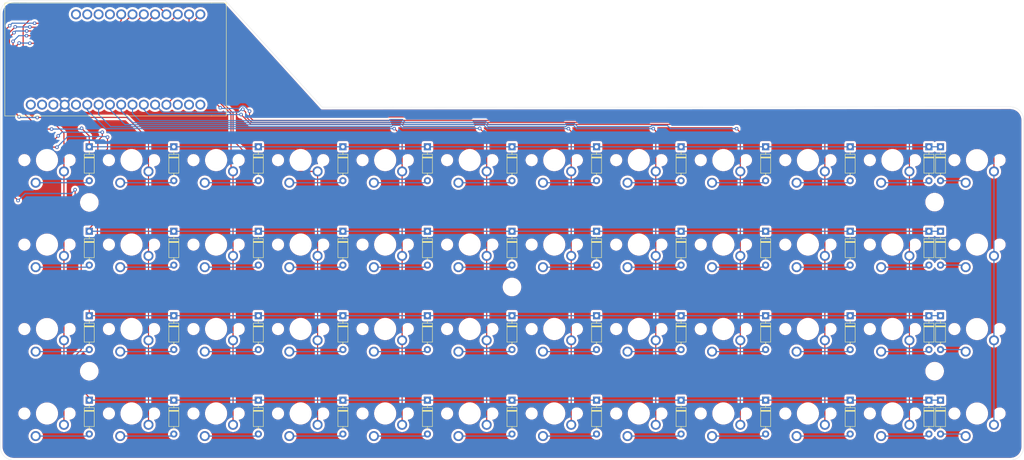
<source format=kicad_pcb>
(kicad_pcb (version 20171130) (host pcbnew 5.1.8)
  (layers (0 F.Cu signal) (31 B.Cu signal) (34 B.Paste user) (35 F.Paste user) (36 B.SilkS user) (37 F.SilkS user) (38 B.Mask user) (39 F.Mask user) (44 Edge.Cuts user))
  (net 0 "")
  (net 1 "Net-(D1-Pad2)")
  (net 2 "Net-(D2-Pad2)")
  (net 3 "Net-(D3-Pad2)")
  (net 4 "Net-(D4-Pad2)")
  (net 5 "Net-(D5-Pad2)")
  (net 6 "Net-(D6-Pad2)")
  (net 7 "Net-(D7-Pad2)")
  (net 8 "Net-(D8-Pad2)")
  (net 9 "Net-(D9-Pad2)")
  (net 10 "Net-(D10-Pad2)")
  (net 11 "Net-(D11-Pad2)")
  (net 12 "Net-(D12-Pad2)")
  (net 13 "Net-(D13-Pad2)")
  (net 14 "Net-(D14-Pad2)")
  (net 15 "Net-(D15-Pad2)")
  (net 16 "Net-(D16-Pad2)")
  (net 17 "Net-(D17-Pad2)")
  (net 18 "Net-(D18-Pad2)")
  (net 19 "Net-(D19-Pad2)")
  (net 20 "Net-(D20-Pad2)")
  (net 21 "Net-(D21-Pad2)")
  (net 22 "Net-(D22-Pad2)")
  (net 23 "Net-(D23-Pad2)")
  (net 24 "Net-(D24-Pad2)")
  (net 25 "Net-(D25-Pad2)")
  (net 26 "Net-(D26-Pad2)")
  (net 27 "Net-(D27-Pad2)")
  (net 28 "Net-(D28-Pad2)")
  (net 29 "Net-(D29-Pad2)")
  (net 30 "Net-(D30-Pad2)")
  (net 31 "Net-(D31-Pad2)")
  (net 32 "Net-(D32-Pad2)")
  (net 33 "Net-(D33-Pad2)")
  (net 34 "Net-(D34-Pad2)")
  (net 35 "Net-(D35-Pad2)")
  (net 36 "Net-(D36-Pad2)")
  (net 37 "Net-(D37-Pad2)")
  (net 38 "Net-(D38-Pad2)")
  (net 39 "Net-(D39-Pad2)")
  (net 40 "Net-(D40-Pad2)")
  (net 41 "Net-(D41-Pad2)")
  (net 42 "Net-(D42-Pad2)")
  (net 43 "Net-(D43-Pad2)")
  (net 44 "Net-(D44-Pad2)")
  (net 45 "Net-(D45-Pad2)")
  (net 46 "Net-(D46-Pad2)")
  (net 47 "Net-(D47-Pad2)")
  (net 48 "Net-(D48-Pad2)")
  (net 49 "Net-(D1-Pad1)")
  (net 50 "Net-(D10-Pad1)")
  (net 51 "Net-(D11-Pad1)")
  (net 52 "Net-(D12-Pad1)")
  (net 53 "Net-(SW1-Pad1)")
  (net 54 "Net-(SW5-Pad1)")
  (net 55 "Net-(SW10-Pad1)")
  (net 56 "Net-(SW13-Pad1)")
  (net 57 "Net-(SW17-Pad1)")
  (net 58 "Net-(SW21-Pad1)")
  (net 59 "Net-(SW25-Pad1)")
  (net 60 "Net-(SW29-Pad1)")
  (net 61 "Net-(SW33-Pad1)")
  (net 62 "Net-(SW37-Pad1)")
  (net 63 "Net-(SW41-Pad1)")
  (net 64 "Net-(SW45-Pad1)")
  (net 65 "Net-(Q1-Pad1)")
  (net 66 "Net-(R1-Pad2)")
  (net 67 "Net-(SW1-Pad4)")
  (net 68 "Net-(U1-Pad1)")
  (net 69 "Net-(U1-Pad3)")
  (net 70 "Net-(U1-Pad27)")
  (net 71 "Net-(U1-Pad25)")
  (net 72 "Net-(U1-Pad26)")
  (net 73 "Net-(U1-Pad14)")
  (net 74 "Net-(U1-Pad15)")
  (net 75 "Net-(U1-Pad16)")
  (module Keyboard:MXOnly-1U-NoLED (layer F.Cu) (at 52.11 76.65 180)
    (fp_text reference SW1)
    (fp_text value MX-with-LED)
    (pad 2 thru_hole circle (at 2.54 -5.08 180) (size 2.25 2.25) (drill 1.47) (layers *.Cu B.Mask) (net 1 "Net-(D1-Pad2)"))
    (pad "" np_thru_hole circle (at 0 0 180) (size 3.9878 3.9878) (drill 3.9878) (layers *.Cu *.Mask))
    (pad 1 thru_hole circle (at -3.81 -2.54 180) (size 2.25 2.25) (drill 1.47) (layers *.Cu B.Mask) (net 53 "Net-(SW1-Pad1)"))
    (pad "" np_thru_hole circle (at -5.08 0 228.0996) (size 1.75 1.75) (drill 1.75) (layers *.Cu *.Mask))
    (pad "" np_thru_hole circle (at 5.08 0 228.0996) (size 1.75 1.75) (drill 1.75) (layers *.Cu *.Mask))
  )
  (module Keyboard:MXOnly-1U-NoLED (layer F.Cu) (at 128.11 114.65 180)
    (fp_text reference SW19)
    (fp_text value MX-with-LED)
    (pad 2 thru_hole circle (at 2.54 -5.08 180) (size 2.25 2.25) (drill 1.47) (layers *.Cu B.Mask) (net 19 "Net-(D19-Pad2)"))
    (pad "" np_thru_hole circle (at 0 0 180) (size 3.9878 3.9878) (drill 3.9878) (layers *.Cu *.Mask))
    (pad 1 thru_hole circle (at -3.81 -2.54 180) (size 2.25 2.25) (drill 1.47) (layers *.Cu B.Mask) (net 57 "Net-(SW17-Pad1)"))
    (pad "" np_thru_hole circle (at -5.08 0 228.0996) (size 1.75 1.75) (drill 1.75) (layers *.Cu *.Mask))
    (pad "" np_thru_hole circle (at 5.08 0 228.0996) (size 1.75 1.75) (drill 1.75) (layers *.Cu *.Mask))
  )
  (module Keyboard:MXOnly-1U-NoLED (layer F.Cu) (at 242.11 133.65 180)
    (fp_text reference SW44)
    (fp_text value MX-with-LED)
    (pad 2 thru_hole circle (at 2.54 -5.08 180) (size 2.25 2.25) (drill 1.47) (layers *.Cu B.Mask) (net 44 "Net-(D44-Pad2)"))
    (pad "" np_thru_hole circle (at 0 0 180) (size 3.9878 3.9878) (drill 3.9878) (layers *.Cu *.Mask))
    (pad 1 thru_hole circle (at -3.81 -2.54 180) (size 2.25 2.25) (drill 1.47) (layers *.Cu B.Mask) (net 63 "Net-(SW41-Pad1)"))
    (pad "" np_thru_hole circle (at -5.08 0 228.0996) (size 1.75 1.75) (drill 1.75) (layers *.Cu *.Mask))
    (pad "" np_thru_hole circle (at 5.08 0 228.0996) (size 1.75 1.75) (drill 1.75) (layers *.Cu *.Mask))
  )
  (module Keyboard:MXOnly-1U-NoLED (layer F.Cu) (at 109.11 76.65 180)
    (fp_text reference SW13)
    (fp_text value MX-with-LED)
    (pad 2 thru_hole circle (at 2.54 -5.08 180) (size 2.25 2.25) (drill 1.47) (layers *.Cu B.Mask) (net 13 "Net-(D13-Pad2)"))
    (pad "" np_thru_hole circle (at 0 0 180) (size 3.9878 3.9878) (drill 3.9878) (layers *.Cu *.Mask))
    (pad 1 thru_hole circle (at -3.81 -2.54 180) (size 2.25 2.25) (drill 1.47) (layers *.Cu B.Mask) (net 56 "Net-(SW13-Pad1)"))
    (pad "" np_thru_hole circle (at -5.08 0 228.0996) (size 1.75 1.75) (drill 1.75) (layers *.Cu *.Mask))
    (pad "" np_thru_hole circle (at 5.08 0 228.0996) (size 1.75 1.75) (drill 1.75) (layers *.Cu *.Mask))
  )
  (module Keyboard:MXOnly-1U-NoLED (layer F.Cu) (at 128.11 76.65 180)
    (fp_text reference SW17)
    (fp_text value MX-with-LED)
    (pad 2 thru_hole circle (at 2.54 -5.08 180) (size 2.25 2.25) (drill 1.47) (layers *.Cu B.Mask) (net 17 "Net-(D17-Pad2)"))
    (pad "" np_thru_hole circle (at 0 0 180) (size 3.9878 3.9878) (drill 3.9878) (layers *.Cu *.Mask))
    (pad 1 thru_hole circle (at -3.81 -2.54 180) (size 2.25 2.25) (drill 1.47) (layers *.Cu B.Mask) (net 57 "Net-(SW17-Pad1)"))
    (pad "" np_thru_hole circle (at -5.08 0 228.0996) (size 1.75 1.75) (drill 1.75) (layers *.Cu *.Mask))
    (pad "" np_thru_hole circle (at 5.08 0 228.0996) (size 1.75 1.75) (drill 1.75) (layers *.Cu *.Mask))
  )
  (module Keyboard:MXOnly-1U-NoLED (layer F.Cu) (at 71.11 76.65 180)
    (fp_text reference SW5)
    (fp_text value MX-with-LED)
    (pad 2 thru_hole circle (at 2.54 -5.08 180) (size 2.25 2.25) (drill 1.47) (layers *.Cu B.Mask) (net 5 "Net-(D5-Pad2)"))
    (pad "" np_thru_hole circle (at 0 0 180) (size 3.9878 3.9878) (drill 3.9878) (layers *.Cu *.Mask))
    (pad 1 thru_hole circle (at -3.81 -2.54 180) (size 2.25 2.25) (drill 1.47) (layers *.Cu B.Mask) (net 54 "Net-(SW5-Pad1)"))
    (pad "" np_thru_hole circle (at -5.08 0 228.0996) (size 1.75 1.75) (drill 1.75) (layers *.Cu *.Mask))
    (pad "" np_thru_hole circle (at 5.08 0 228.0996) (size 1.75 1.75) (drill 1.75) (layers *.Cu *.Mask))
  )
  (module Keyboard:MXOnly-1U-NoLED (layer F.Cu) (at 52.11 95.65 180)
    (fp_text reference SW2)
    (fp_text value MX-with-LED)
    (pad 2 thru_hole circle (at 2.54 -5.08 180) (size 2.25 2.25) (drill 1.47) (layers *.Cu B.Mask) (net 2 "Net-(D2-Pad2)"))
    (pad "" np_thru_hole circle (at 0 0 180) (size 3.9878 3.9878) (drill 3.9878) (layers *.Cu *.Mask))
    (pad 1 thru_hole circle (at -3.81 -2.54 180) (size 2.25 2.25) (drill 1.47) (layers *.Cu B.Mask) (net 53 "Net-(SW1-Pad1)"))
    (pad "" np_thru_hole circle (at -5.08 0 228.0996) (size 1.75 1.75) (drill 1.75) (layers *.Cu *.Mask))
    (pad "" np_thru_hole circle (at 5.08 0 228.0996) (size 1.75 1.75) (drill 1.75) (layers *.Cu *.Mask))
  )
  (module Keyboard:MXOnly-1U-NoLED (layer F.Cu) (at 52.11 114.65 180)
    (fp_text reference SW3)
    (fp_text value MX-with-LED)
    (pad 2 thru_hole circle (at 2.54 -5.08 180) (size 2.25 2.25) (drill 1.47) (layers *.Cu B.Mask) (net 3 "Net-(D3-Pad2)"))
    (pad "" np_thru_hole circle (at 0 0 180) (size 3.9878 3.9878) (drill 3.9878) (layers *.Cu *.Mask))
    (pad 1 thru_hole circle (at -3.81 -2.54 180) (size 2.25 2.25) (drill 1.47) (layers *.Cu B.Mask) (net 53 "Net-(SW1-Pad1)"))
    (pad "" np_thru_hole circle (at -5.08 0 228.0996) (size 1.75 1.75) (drill 1.75) (layers *.Cu *.Mask))
    (pad "" np_thru_hole circle (at 5.08 0 228.0996) (size 1.75 1.75) (drill 1.75) (layers *.Cu *.Mask))
  )
  (module Keyboard:MXOnly-1U-NoLED (layer F.Cu) (at 52.11 133.65 180)
    (fp_text reference SW4)
    (fp_text value MX-with-LED)
    (pad 2 thru_hole circle (at 2.54 -5.08 180) (size 2.25 2.25) (drill 1.47) (layers *.Cu B.Mask) (net 4 "Net-(D4-Pad2)"))
    (pad "" np_thru_hole circle (at 0 0 180) (size 3.9878 3.9878) (drill 3.9878) (layers *.Cu *.Mask))
    (pad 1 thru_hole circle (at -3.81 -2.54 180) (size 2.25 2.25) (drill 1.47) (layers *.Cu B.Mask) (net 53 "Net-(SW1-Pad1)"))
    (pad "" np_thru_hole circle (at -5.08 0 228.0996) (size 1.75 1.75) (drill 1.75) (layers *.Cu *.Mask))
    (pad "" np_thru_hole circle (at 5.08 0 228.0996) (size 1.75 1.75) (drill 1.75) (layers *.Cu *.Mask))
  )
  (module Keyboard:MXOnly-1U-NoLED (layer F.Cu) (at 71.11 95.65 180)
    (fp_text reference SW6)
    (fp_text value MX-with-LED)
    (pad 2 thru_hole circle (at 2.54 -5.08 180) (size 2.25 2.25) (drill 1.47) (layers *.Cu B.Mask) (net 6 "Net-(D6-Pad2)"))
    (pad "" np_thru_hole circle (at 0 0 180) (size 3.9878 3.9878) (drill 3.9878) (layers *.Cu *.Mask))
    (pad 1 thru_hole circle (at -3.81 -2.54 180) (size 2.25 2.25) (drill 1.47) (layers *.Cu B.Mask) (net 54 "Net-(SW5-Pad1)"))
    (pad "" np_thru_hole circle (at -5.08 0 228.0996) (size 1.75 1.75) (drill 1.75) (layers *.Cu *.Mask))
    (pad "" np_thru_hole circle (at 5.08 0 228.0996) (size 1.75 1.75) (drill 1.75) (layers *.Cu *.Mask))
  )
  (module Keyboard:MXOnly-1U-NoLED (layer F.Cu) (at 71.11 114.65 180)
    (fp_text reference SW7)
    (fp_text value MX-with-LED)
    (pad 2 thru_hole circle (at 2.54 -5.08 180) (size 2.25 2.25) (drill 1.47) (layers *.Cu B.Mask) (net 7 "Net-(D7-Pad2)"))
    (pad "" np_thru_hole circle (at 0 0 180) (size 3.9878 3.9878) (drill 3.9878) (layers *.Cu *.Mask))
    (pad 1 thru_hole circle (at -3.81 -2.54 180) (size 2.25 2.25) (drill 1.47) (layers *.Cu B.Mask) (net 54 "Net-(SW5-Pad1)"))
    (pad "" np_thru_hole circle (at -5.08 0 228.0996) (size 1.75 1.75) (drill 1.75) (layers *.Cu *.Mask))
    (pad "" np_thru_hole circle (at 5.08 0 228.0996) (size 1.75 1.75) (drill 1.75) (layers *.Cu *.Mask))
  )
  (module Keyboard:MXOnly-1U-NoLED (layer F.Cu) (at 71.11 133.65 180)
    (fp_text reference SW8)
    (fp_text value MX-with-LED)
    (pad 2 thru_hole circle (at 2.54 -5.08 180) (size 2.25 2.25) (drill 1.47) (layers *.Cu B.Mask) (net 8 "Net-(D8-Pad2)"))
    (pad "" np_thru_hole circle (at 0 0 180) (size 3.9878 3.9878) (drill 3.9878) (layers *.Cu *.Mask))
    (pad 1 thru_hole circle (at -3.81 -2.54 180) (size 2.25 2.25) (drill 1.47) (layers *.Cu B.Mask) (net 54 "Net-(SW5-Pad1)"))
    (pad "" np_thru_hole circle (at -5.08 0 228.0996) (size 1.75 1.75) (drill 1.75) (layers *.Cu *.Mask))
    (pad "" np_thru_hole circle (at 5.08 0 228.0996) (size 1.75 1.75) (drill 1.75) (layers *.Cu *.Mask))
  )
  (module Keyboard:MXOnly-1U-NoLED (layer F.Cu) (at 90.11 76.65 180)
    (fp_text reference SW9)
    (fp_text value MX-with-LED)
    (pad 2 thru_hole circle (at 2.54 -5.08 180) (size 2.25 2.25) (drill 1.47) (layers *.Cu B.Mask) (net 9 "Net-(D9-Pad2)"))
    (pad "" np_thru_hole circle (at 0 0 180) (size 3.9878 3.9878) (drill 3.9878) (layers *.Cu *.Mask))
    (pad 1 thru_hole circle (at -3.81 -2.54 180) (size 2.25 2.25) (drill 1.47) (layers *.Cu B.Mask) (net 55 "Net-(SW10-Pad1)"))
    (pad "" np_thru_hole circle (at -5.08 0 228.0996) (size 1.75 1.75) (drill 1.75) (layers *.Cu *.Mask))
    (pad "" np_thru_hole circle (at 5.08 0 228.0996) (size 1.75 1.75) (drill 1.75) (layers *.Cu *.Mask))
  )
  (module Keyboard:MXOnly-1U-NoLED (layer F.Cu) (at 90.11 95.65 180)
    (fp_text reference SW10)
    (fp_text value MX-with-LED)
    (pad 2 thru_hole circle (at 2.54 -5.08 180) (size 2.25 2.25) (drill 1.47) (layers *.Cu B.Mask) (net 10 "Net-(D10-Pad2)"))
    (pad "" np_thru_hole circle (at 0 0 180) (size 3.9878 3.9878) (drill 3.9878) (layers *.Cu *.Mask))
    (pad 1 thru_hole circle (at -3.81 -2.54 180) (size 2.25 2.25) (drill 1.47) (layers *.Cu B.Mask) (net 55 "Net-(SW10-Pad1)"))
    (pad "" np_thru_hole circle (at -5.08 0 228.0996) (size 1.75 1.75) (drill 1.75) (layers *.Cu *.Mask))
    (pad "" np_thru_hole circle (at 5.08 0 228.0996) (size 1.75 1.75) (drill 1.75) (layers *.Cu *.Mask))
  )
  (module Keyboard:MXOnly-1U-NoLED (layer F.Cu) (at 90.11 114.65 180)
    (fp_text reference SW11)
    (fp_text value MX-with-LED)
    (pad 2 thru_hole circle (at 2.54 -5.08 180) (size 2.25 2.25) (drill 1.47) (layers *.Cu B.Mask) (net 11 "Net-(D11-Pad2)"))
    (pad "" np_thru_hole circle (at 0 0 180) (size 3.9878 3.9878) (drill 3.9878) (layers *.Cu *.Mask))
    (pad 1 thru_hole circle (at -3.81 -2.54 180) (size 2.25 2.25) (drill 1.47) (layers *.Cu B.Mask) (net 55 "Net-(SW10-Pad1)"))
    (pad "" np_thru_hole circle (at -5.08 0 228.0996) (size 1.75 1.75) (drill 1.75) (layers *.Cu *.Mask))
    (pad "" np_thru_hole circle (at 5.08 0 228.0996) (size 1.75 1.75) (drill 1.75) (layers *.Cu *.Mask))
  )
  (module Keyboard:MXOnly-1U-NoLED (layer F.Cu) (at 90.11 133.65 180)
    (fp_text reference SW12)
    (fp_text value MX-with-LED)
    (pad 2 thru_hole circle (at 2.54 -5.08 180) (size 2.25 2.25) (drill 1.47) (layers *.Cu B.Mask) (net 12 "Net-(D12-Pad2)"))
    (pad "" np_thru_hole circle (at 0 0 180) (size 3.9878 3.9878) (drill 3.9878) (layers *.Cu *.Mask))
    (pad 1 thru_hole circle (at -3.81 -2.54 180) (size 2.25 2.25) (drill 1.47) (layers *.Cu B.Mask) (net 55 "Net-(SW10-Pad1)"))
    (pad "" np_thru_hole circle (at -5.08 0 228.0996) (size 1.75 1.75) (drill 1.75) (layers *.Cu *.Mask))
    (pad "" np_thru_hole circle (at 5.08 0 228.0996) (size 1.75 1.75) (drill 1.75) (layers *.Cu *.Mask))
  )
  (module Keyboard:MXOnly-1U-NoLED (layer F.Cu) (at 109.11 95.65 180)
    (fp_text reference SW14)
    (fp_text value MX-with-LED)
    (pad 2 thru_hole circle (at 2.54 -5.08 180) (size 2.25 2.25) (drill 1.47) (layers *.Cu B.Mask) (net 14 "Net-(D14-Pad2)"))
    (pad "" np_thru_hole circle (at 0 0 180) (size 3.9878 3.9878) (drill 3.9878) (layers *.Cu *.Mask))
    (pad 1 thru_hole circle (at -3.81 -2.54 180) (size 2.25 2.25) (drill 1.47) (layers *.Cu B.Mask) (net 56 "Net-(SW13-Pad1)"))
    (pad "" np_thru_hole circle (at -5.08 0 228.0996) (size 1.75 1.75) (drill 1.75) (layers *.Cu *.Mask))
    (pad "" np_thru_hole circle (at 5.08 0 228.0996) (size 1.75 1.75) (drill 1.75) (layers *.Cu *.Mask))
  )
  (module Keyboard:MXOnly-1U-NoLED (layer F.Cu) (at 109.11 114.65 180)
    (fp_text reference SW15)
    (fp_text value MX-with-LED)
    (pad 2 thru_hole circle (at 2.54 -5.08 180) (size 2.25 2.25) (drill 1.47) (layers *.Cu B.Mask) (net 15 "Net-(D15-Pad2)"))
    (pad "" np_thru_hole circle (at 0 0 180) (size 3.9878 3.9878) (drill 3.9878) (layers *.Cu *.Mask))
    (pad 1 thru_hole circle (at -3.81 -2.54 180) (size 2.25 2.25) (drill 1.47) (layers *.Cu B.Mask) (net 56 "Net-(SW13-Pad1)"))
    (pad "" np_thru_hole circle (at -5.08 0 228.0996) (size 1.75 1.75) (drill 1.75) (layers *.Cu *.Mask))
    (pad "" np_thru_hole circle (at 5.08 0 228.0996) (size 1.75 1.75) (drill 1.75) (layers *.Cu *.Mask))
  )
  (module Keyboard:MXOnly-1U-NoLED (layer F.Cu) (at 109.11 133.65 180)
    (fp_text reference SW16)
    (fp_text value MX-with-LED)
    (pad 2 thru_hole circle (at 2.54 -5.08 180) (size 2.25 2.25) (drill 1.47) (layers *.Cu B.Mask) (net 16 "Net-(D16-Pad2)"))
    (pad "" np_thru_hole circle (at 0 0 180) (size 3.9878 3.9878) (drill 3.9878) (layers *.Cu *.Mask))
    (pad 1 thru_hole circle (at -3.81 -2.54 180) (size 2.25 2.25) (drill 1.47) (layers *.Cu B.Mask) (net 56 "Net-(SW13-Pad1)"))
    (pad "" np_thru_hole circle (at -5.08 0 228.0996) (size 1.75 1.75) (drill 1.75) (layers *.Cu *.Mask))
    (pad "" np_thru_hole circle (at 5.08 0 228.0996) (size 1.75 1.75) (drill 1.75) (layers *.Cu *.Mask))
  )
  (module Keyboard:MXOnly-1U-NoLED (layer F.Cu) (at 128.11 95.65 180)
    (fp_text reference SW18)
    (fp_text value MX-with-LED)
    (pad 2 thru_hole circle (at 2.54 -5.08 180) (size 2.25 2.25) (drill 1.47) (layers *.Cu B.Mask) (net 18 "Net-(D18-Pad2)"))
    (pad "" np_thru_hole circle (at 0 0 180) (size 3.9878 3.9878) (drill 3.9878) (layers *.Cu *.Mask))
    (pad 1 thru_hole circle (at -3.81 -2.54 180) (size 2.25 2.25) (drill 1.47) (layers *.Cu B.Mask) (net 57 "Net-(SW17-Pad1)"))
    (pad "" np_thru_hole circle (at -5.08 0 228.0996) (size 1.75 1.75) (drill 1.75) (layers *.Cu *.Mask))
    (pad "" np_thru_hole circle (at 5.08 0 228.0996) (size 1.75 1.75) (drill 1.75) (layers *.Cu *.Mask))
  )
  (module Keyboard:MXOnly-1U-NoLED (layer F.Cu) (at 128.11 133.65 180)
    (fp_text reference SW20)
    (fp_text value MX-with-LED)
    (pad 2 thru_hole circle (at 2.54 -5.08 180) (size 2.25 2.25) (drill 1.47) (layers *.Cu B.Mask) (net 20 "Net-(D20-Pad2)"))
    (pad "" np_thru_hole circle (at 0 0 180) (size 3.9878 3.9878) (drill 3.9878) (layers *.Cu *.Mask))
    (pad 1 thru_hole circle (at -3.81 -2.54 180) (size 2.25 2.25) (drill 1.47) (layers *.Cu B.Mask) (net 57 "Net-(SW17-Pad1)"))
    (pad "" np_thru_hole circle (at -5.08 0 228.0996) (size 1.75 1.75) (drill 1.75) (layers *.Cu *.Mask))
    (pad "" np_thru_hole circle (at 5.08 0 228.0996) (size 1.75 1.75) (drill 1.75) (layers *.Cu *.Mask))
  )
  (module Keyboard:MXOnly-1U-NoLED (layer F.Cu) (at 147.11 76.65 180)
    (fp_text reference SW21)
    (fp_text value MX-with-LED)
    (pad 2 thru_hole circle (at 2.54 -5.08 180) (size 2.25 2.25) (drill 1.47) (layers *.Cu B.Mask) (net 21 "Net-(D21-Pad2)"))
    (pad "" np_thru_hole circle (at 0 0 180) (size 3.9878 3.9878) (drill 3.9878) (layers *.Cu *.Mask))
    (pad 1 thru_hole circle (at -3.81 -2.54 180) (size 2.25 2.25) (drill 1.47) (layers *.Cu B.Mask) (net 58 "Net-(SW21-Pad1)"))
    (pad "" np_thru_hole circle (at -5.08 0 228.0996) (size 1.75 1.75) (drill 1.75) (layers *.Cu *.Mask))
    (pad "" np_thru_hole circle (at 5.08 0 228.0996) (size 1.75 1.75) (drill 1.75) (layers *.Cu *.Mask))
  )
  (module Keyboard:MXOnly-1U-NoLED (layer F.Cu) (at 147.11 95.65 180)
    (fp_text reference SW22)
    (fp_text value MX-with-LED)
    (pad 2 thru_hole circle (at 2.54 -5.08 180) (size 2.25 2.25) (drill 1.47) (layers *.Cu B.Mask) (net 22 "Net-(D22-Pad2)"))
    (pad "" np_thru_hole circle (at 0 0 180) (size 3.9878 3.9878) (drill 3.9878) (layers *.Cu *.Mask))
    (pad 1 thru_hole circle (at -3.81 -2.54 180) (size 2.25 2.25) (drill 1.47) (layers *.Cu B.Mask) (net 58 "Net-(SW21-Pad1)"))
    (pad "" np_thru_hole circle (at -5.08 0 228.0996) (size 1.75 1.75) (drill 1.75) (layers *.Cu *.Mask))
    (pad "" np_thru_hole circle (at 5.08 0 228.0996) (size 1.75 1.75) (drill 1.75) (layers *.Cu *.Mask))
  )
  (module Keyboard:MXOnly-1U-NoLED (layer F.Cu) (at 147.11 114.65 180)
    (fp_text reference SW23)
    (fp_text value MX-with-LED)
    (pad 2 thru_hole circle (at 2.54 -5.08 180) (size 2.25 2.25) (drill 1.47) (layers *.Cu B.Mask) (net 23 "Net-(D23-Pad2)"))
    (pad "" np_thru_hole circle (at 0 0 180) (size 3.9878 3.9878) (drill 3.9878) (layers *.Cu *.Mask))
    (pad 1 thru_hole circle (at -3.81 -2.54 180) (size 2.25 2.25) (drill 1.47) (layers *.Cu B.Mask) (net 58 "Net-(SW21-Pad1)"))
    (pad "" np_thru_hole circle (at -5.08 0 228.0996) (size 1.75 1.75) (drill 1.75) (layers *.Cu *.Mask))
    (pad "" np_thru_hole circle (at 5.08 0 228.0996) (size 1.75 1.75) (drill 1.75) (layers *.Cu *.Mask))
  )
  (module Keyboard:MXOnly-1U-NoLED (layer F.Cu) (at 147.11 133.65 180)
    (fp_text reference SW24)
    (fp_text value MX-with-LED)
    (pad 2 thru_hole circle (at 2.54 -5.08 180) (size 2.25 2.25) (drill 1.47) (layers *.Cu B.Mask) (net 24 "Net-(D24-Pad2)"))
    (pad "" np_thru_hole circle (at 0 0 180) (size 3.9878 3.9878) (drill 3.9878) (layers *.Cu *.Mask))
    (pad 1 thru_hole circle (at -3.81 -2.54 180) (size 2.25 2.25) (drill 1.47) (layers *.Cu B.Mask) (net 58 "Net-(SW21-Pad1)"))
    (pad "" np_thru_hole circle (at -5.08 0 228.0996) (size 1.75 1.75) (drill 1.75) (layers *.Cu *.Mask))
    (pad "" np_thru_hole circle (at 5.08 0 228.0996) (size 1.75 1.75) (drill 1.75) (layers *.Cu *.Mask))
  )
  (module Keyboard:MXOnly-1U-NoLED (layer F.Cu) (at 166.11 76.65 180)
    (fp_text reference SW25)
    (fp_text value MX-with-LED)
    (pad 2 thru_hole circle (at 2.54 -5.08 180) (size 2.25 2.25) (drill 1.47) (layers *.Cu B.Mask) (net 25 "Net-(D25-Pad2)"))
    (pad "" np_thru_hole circle (at 0 0 180) (size 3.9878 3.9878) (drill 3.9878) (layers *.Cu *.Mask))
    (pad 1 thru_hole circle (at -3.81 -2.54 180) (size 2.25 2.25) (drill 1.47) (layers *.Cu B.Mask) (net 59 "Net-(SW25-Pad1)"))
    (pad "" np_thru_hole circle (at -5.08 0 228.0996) (size 1.75 1.75) (drill 1.75) (layers *.Cu *.Mask))
    (pad "" np_thru_hole circle (at 5.08 0 228.0996) (size 1.75 1.75) (drill 1.75) (layers *.Cu *.Mask))
  )
  (module Keyboard:MXOnly-1U-NoLED (layer F.Cu) (at 166.11 95.65 180)
    (fp_text reference SW26)
    (fp_text value MX-with-LED)
    (pad 2 thru_hole circle (at 2.54 -5.08 180) (size 2.25 2.25) (drill 1.47) (layers *.Cu B.Mask) (net 26 "Net-(D26-Pad2)"))
    (pad "" np_thru_hole circle (at 0 0 180) (size 3.9878 3.9878) (drill 3.9878) (layers *.Cu *.Mask))
    (pad 1 thru_hole circle (at -3.81 -2.54 180) (size 2.25 2.25) (drill 1.47) (layers *.Cu B.Mask) (net 59 "Net-(SW25-Pad1)"))
    (pad "" np_thru_hole circle (at -5.08 0 228.0996) (size 1.75 1.75) (drill 1.75) (layers *.Cu *.Mask))
    (pad "" np_thru_hole circle (at 5.08 0 228.0996) (size 1.75 1.75) (drill 1.75) (layers *.Cu *.Mask))
  )
  (module Keyboard:MXOnly-1U-NoLED (layer F.Cu) (at 166.11 114.65 180)
    (fp_text reference SW27)
    (fp_text value MX-with-LED)
    (pad 2 thru_hole circle (at 2.54 -5.08 180) (size 2.25 2.25) (drill 1.47) (layers *.Cu B.Mask) (net 27 "Net-(D27-Pad2)"))
    (pad "" np_thru_hole circle (at 0 0 180) (size 3.9878 3.9878) (drill 3.9878) (layers *.Cu *.Mask))
    (pad 1 thru_hole circle (at -3.81 -2.54 180) (size 2.25 2.25) (drill 1.47) (layers *.Cu B.Mask) (net 59 "Net-(SW25-Pad1)"))
    (pad "" np_thru_hole circle (at -5.08 0 228.0996) (size 1.75 1.75) (drill 1.75) (layers *.Cu *.Mask))
    (pad "" np_thru_hole circle (at 5.08 0 228.0996) (size 1.75 1.75) (drill 1.75) (layers *.Cu *.Mask))
  )
  (module Keyboard:MXOnly-1U-NoLED (layer F.Cu) (at 166.11 133.65 180)
    (fp_text reference SW28)
    (fp_text value MX-with-LED)
    (pad 2 thru_hole circle (at 2.54 -5.08 180) (size 2.25 2.25) (drill 1.47) (layers *.Cu B.Mask) (net 28 "Net-(D28-Pad2)"))
    (pad "" np_thru_hole circle (at 0 0 180) (size 3.9878 3.9878) (drill 3.9878) (layers *.Cu *.Mask))
    (pad 1 thru_hole circle (at -3.81 -2.54 180) (size 2.25 2.25) (drill 1.47) (layers *.Cu B.Mask) (net 59 "Net-(SW25-Pad1)"))
    (pad "" np_thru_hole circle (at -5.08 0 228.0996) (size 1.75 1.75) (drill 1.75) (layers *.Cu *.Mask))
    (pad "" np_thru_hole circle (at 5.08 0 228.0996) (size 1.75 1.75) (drill 1.75) (layers *.Cu *.Mask))
  )
  (module Keyboard:MXOnly-1U-NoLED (layer F.Cu) (at 185.11 76.65 180)
    (fp_text reference SW29)
    (fp_text value MX-with-LED)
    (pad 2 thru_hole circle (at 2.54 -5.08 180) (size 2.25 2.25) (drill 1.47) (layers *.Cu B.Mask) (net 29 "Net-(D29-Pad2)"))
    (pad "" np_thru_hole circle (at 0 0 180) (size 3.9878 3.9878) (drill 3.9878) (layers *.Cu *.Mask))
    (pad 1 thru_hole circle (at -3.81 -2.54 180) (size 2.25 2.25) (drill 1.47) (layers *.Cu B.Mask) (net 60 "Net-(SW29-Pad1)"))
    (pad "" np_thru_hole circle (at -5.08 0 228.0996) (size 1.75 1.75) (drill 1.75) (layers *.Cu *.Mask))
    (pad "" np_thru_hole circle (at 5.08 0 228.0996) (size 1.75 1.75) (drill 1.75) (layers *.Cu *.Mask))
  )
  (module Keyboard:MXOnly-1U-NoLED (layer F.Cu) (at 185.11 95.65 180)
    (fp_text reference SW30)
    (fp_text value MX-with-LED)
    (pad 2 thru_hole circle (at 2.54 -5.08 180) (size 2.25 2.25) (drill 1.47) (layers *.Cu B.Mask) (net 30 "Net-(D30-Pad2)"))
    (pad "" np_thru_hole circle (at 0 0 180) (size 3.9878 3.9878) (drill 3.9878) (layers *.Cu *.Mask))
    (pad 1 thru_hole circle (at -3.81 -2.54 180) (size 2.25 2.25) (drill 1.47) (layers *.Cu B.Mask) (net 60 "Net-(SW29-Pad1)"))
    (pad "" np_thru_hole circle (at -5.08 0 228.0996) (size 1.75 1.75) (drill 1.75) (layers *.Cu *.Mask))
    (pad "" np_thru_hole circle (at 5.08 0 228.0996) (size 1.75 1.75) (drill 1.75) (layers *.Cu *.Mask))
  )
  (module Keyboard:MXOnly-1U-NoLED (layer F.Cu) (at 185.11 114.65 180)
    (fp_text reference SW31)
    (fp_text value MX-with-LED)
    (pad 2 thru_hole circle (at 2.54 -5.08 180) (size 2.25 2.25) (drill 1.47) (layers *.Cu B.Mask) (net 31 "Net-(D31-Pad2)"))
    (pad "" np_thru_hole circle (at 0 0 180) (size 3.9878 3.9878) (drill 3.9878) (layers *.Cu *.Mask))
    (pad 1 thru_hole circle (at -3.81 -2.54 180) (size 2.25 2.25) (drill 1.47) (layers *.Cu B.Mask) (net 60 "Net-(SW29-Pad1)"))
    (pad "" np_thru_hole circle (at -5.08 0 228.0996) (size 1.75 1.75) (drill 1.75) (layers *.Cu *.Mask))
    (pad "" np_thru_hole circle (at 5.08 0 228.0996) (size 1.75 1.75) (drill 1.75) (layers *.Cu *.Mask))
  )
  (module Keyboard:MXOnly-1U-NoLED (layer F.Cu) (at 185.11 133.65 180)
    (fp_text reference SW32)
    (fp_text value MX-with-LED)
    (pad 2 thru_hole circle (at 2.54 -5.08 180) (size 2.25 2.25) (drill 1.47) (layers *.Cu B.Mask) (net 32 "Net-(D32-Pad2)"))
    (pad "" np_thru_hole circle (at 0 0 180) (size 3.9878 3.9878) (drill 3.9878) (layers *.Cu *.Mask))
    (pad 1 thru_hole circle (at -3.81 -2.54 180) (size 2.25 2.25) (drill 1.47) (layers *.Cu B.Mask) (net 60 "Net-(SW29-Pad1)"))
    (pad "" np_thru_hole circle (at -5.08 0 228.0996) (size 1.75 1.75) (drill 1.75) (layers *.Cu *.Mask))
    (pad "" np_thru_hole circle (at 5.08 0 228.0996) (size 1.75 1.75) (drill 1.75) (layers *.Cu *.Mask))
  )
  (module Keyboard:MXOnly-1U-NoLED (layer F.Cu) (at 204.11 76.65 180)
    (fp_text reference SW33)
    (fp_text value MX-with-LED)
    (pad 2 thru_hole circle (at 2.54 -5.08 180) (size 2.25 2.25) (drill 1.47) (layers *.Cu B.Mask) (net 33 "Net-(D33-Pad2)"))
    (pad "" np_thru_hole circle (at 0 0 180) (size 3.9878 3.9878) (drill 3.9878) (layers *.Cu *.Mask))
    (pad 1 thru_hole circle (at -3.81 -2.54 180) (size 2.25 2.25) (drill 1.47) (layers *.Cu B.Mask) (net 61 "Net-(SW33-Pad1)"))
    (pad "" np_thru_hole circle (at -5.08 0 228.0996) (size 1.75 1.75) (drill 1.75) (layers *.Cu *.Mask))
    (pad "" np_thru_hole circle (at 5.08 0 228.0996) (size 1.75 1.75) (drill 1.75) (layers *.Cu *.Mask))
  )
  (module Keyboard:MXOnly-1U-NoLED (layer F.Cu) (at 204.11 95.65 180)
    (fp_text reference SW34)
    (fp_text value MX-with-LED)
    (pad 2 thru_hole circle (at 2.54 -5.08 180) (size 2.25 2.25) (drill 1.47) (layers *.Cu B.Mask) (net 34 "Net-(D34-Pad2)"))
    (pad "" np_thru_hole circle (at 0 0 180) (size 3.9878 3.9878) (drill 3.9878) (layers *.Cu *.Mask))
    (pad 1 thru_hole circle (at -3.81 -2.54 180) (size 2.25 2.25) (drill 1.47) (layers *.Cu B.Mask) (net 61 "Net-(SW33-Pad1)"))
    (pad "" np_thru_hole circle (at -5.08 0 228.0996) (size 1.75 1.75) (drill 1.75) (layers *.Cu *.Mask))
    (pad "" np_thru_hole circle (at 5.08 0 228.0996) (size 1.75 1.75) (drill 1.75) (layers *.Cu *.Mask))
  )
  (module Keyboard:MXOnly-1U-NoLED (layer F.Cu) (at 204.11 114.65 180)
    (fp_text reference SW35)
    (fp_text value MX-with-LED)
    (pad 2 thru_hole circle (at 2.54 -5.08 180) (size 2.25 2.25) (drill 1.47) (layers *.Cu B.Mask) (net 35 "Net-(D35-Pad2)"))
    (pad "" np_thru_hole circle (at 0 0 180) (size 3.9878 3.9878) (drill 3.9878) (layers *.Cu *.Mask))
    (pad 1 thru_hole circle (at -3.81 -2.54 180) (size 2.25 2.25) (drill 1.47) (layers *.Cu B.Mask) (net 61 "Net-(SW33-Pad1)"))
    (pad "" np_thru_hole circle (at -5.08 0 228.0996) (size 1.75 1.75) (drill 1.75) (layers *.Cu *.Mask))
    (pad "" np_thru_hole circle (at 5.08 0 228.0996) (size 1.75 1.75) (drill 1.75) (layers *.Cu *.Mask))
  )
  (module Keyboard:MXOnly-1U-NoLED (layer F.Cu) (at 204.11 133.65 180)
    (fp_text reference SW36)
    (fp_text value MX-with-LED)
    (pad 2 thru_hole circle (at 2.54 -5.08 180) (size 2.25 2.25) (drill 1.47) (layers *.Cu B.Mask) (net 36 "Net-(D36-Pad2)"))
    (pad "" np_thru_hole circle (at 0 0 180) (size 3.9878 3.9878) (drill 3.9878) (layers *.Cu *.Mask))
    (pad 1 thru_hole circle (at -3.81 -2.54 180) (size 2.25 2.25) (drill 1.47) (layers *.Cu B.Mask) (net 61 "Net-(SW33-Pad1)"))
    (pad "" np_thru_hole circle (at -5.08 0 228.0996) (size 1.75 1.75) (drill 1.75) (layers *.Cu *.Mask))
    (pad "" np_thru_hole circle (at 5.08 0 228.0996) (size 1.75 1.75) (drill 1.75) (layers *.Cu *.Mask))
  )
  (module Keyboard:MXOnly-1U-NoLED (layer F.Cu) (at 223.11 76.65 180)
    (fp_text reference SW37)
    (fp_text value MX-with-LED)
    (pad 2 thru_hole circle (at 2.54 -5.08 180) (size 2.25 2.25) (drill 1.47) (layers *.Cu B.Mask) (net 37 "Net-(D37-Pad2)"))
    (pad "" np_thru_hole circle (at 0 0 180) (size 3.9878 3.9878) (drill 3.9878) (layers *.Cu *.Mask))
    (pad 1 thru_hole circle (at -3.81 -2.54 180) (size 2.25 2.25) (drill 1.47) (layers *.Cu B.Mask) (net 62 "Net-(SW37-Pad1)"))
    (pad "" np_thru_hole circle (at -5.08 0 228.0996) (size 1.75 1.75) (drill 1.75) (layers *.Cu *.Mask))
    (pad "" np_thru_hole circle (at 5.08 0 228.0996) (size 1.75 1.75) (drill 1.75) (layers *.Cu *.Mask))
  )
  (module Keyboard:MXOnly-1U-NoLED (layer F.Cu) (at 223.11 95.65 180)
    (fp_text reference SW38)
    (fp_text value MX-with-LED)
    (pad 2 thru_hole circle (at 2.54 -5.08 180) (size 2.25 2.25) (drill 1.47) (layers *.Cu B.Mask) (net 38 "Net-(D38-Pad2)"))
    (pad "" np_thru_hole circle (at 0 0 180) (size 3.9878 3.9878) (drill 3.9878) (layers *.Cu *.Mask))
    (pad 1 thru_hole circle (at -3.81 -2.54 180) (size 2.25 2.25) (drill 1.47) (layers *.Cu B.Mask) (net 62 "Net-(SW37-Pad1)"))
    (pad "" np_thru_hole circle (at -5.08 0 228.0996) (size 1.75 1.75) (drill 1.75) (layers *.Cu *.Mask))
    (pad "" np_thru_hole circle (at 5.08 0 228.0996) (size 1.75 1.75) (drill 1.75) (layers *.Cu *.Mask))
  )
  (module Keyboard:MXOnly-1U-NoLED (layer F.Cu) (at 223.11 114.65 180)
    (fp_text reference SW39)
    (fp_text value MX-with-LED)
    (pad 2 thru_hole circle (at 2.54 -5.08 180) (size 2.25 2.25) (drill 1.47) (layers *.Cu B.Mask) (net 39 "Net-(D39-Pad2)"))
    (pad "" np_thru_hole circle (at 0 0 180) (size 3.9878 3.9878) (drill 3.9878) (layers *.Cu *.Mask))
    (pad 1 thru_hole circle (at -3.81 -2.54 180) (size 2.25 2.25) (drill 1.47) (layers *.Cu B.Mask) (net 62 "Net-(SW37-Pad1)"))
    (pad "" np_thru_hole circle (at -5.08 0 228.0996) (size 1.75 1.75) (drill 1.75) (layers *.Cu *.Mask))
    (pad "" np_thru_hole circle (at 5.08 0 228.0996) (size 1.75 1.75) (drill 1.75) (layers *.Cu *.Mask))
  )
  (module Keyboard:MXOnly-1U-NoLED (layer F.Cu) (at 223.11 133.65 180)
    (fp_text reference SW40)
    (fp_text value MX-with-LED)
    (pad 2 thru_hole circle (at 2.54 -5.08 180) (size 2.25 2.25) (drill 1.47) (layers *.Cu B.Mask) (net 40 "Net-(D40-Pad2)"))
    (pad "" np_thru_hole circle (at 0 0 180) (size 3.9878 3.9878) (drill 3.9878) (layers *.Cu *.Mask))
    (pad 1 thru_hole circle (at -3.81 -2.54 180) (size 2.25 2.25) (drill 1.47) (layers *.Cu B.Mask) (net 62 "Net-(SW37-Pad1)"))
    (pad "" np_thru_hole circle (at -5.08 0 228.0996) (size 1.75 1.75) (drill 1.75) (layers *.Cu *.Mask))
    (pad "" np_thru_hole circle (at 5.08 0 228.0996) (size 1.75 1.75) (drill 1.75) (layers *.Cu *.Mask))
  )
  (module Keyboard:MXOnly-1U-NoLED (layer F.Cu) (at 242.11 76.65 180)
    (fp_text reference SW41)
    (fp_text value MX-with-LED)
    (pad 2 thru_hole circle (at 2.54 -5.08 180) (size 2.25 2.25) (drill 1.47) (layers *.Cu B.Mask) (net 41 "Net-(D41-Pad2)"))
    (pad "" np_thru_hole circle (at 0 0 180) (size 3.9878 3.9878) (drill 3.9878) (layers *.Cu *.Mask))
    (pad 1 thru_hole circle (at -3.81 -2.54 180) (size 2.25 2.25) (drill 1.47) (layers *.Cu B.Mask) (net 63 "Net-(SW41-Pad1)"))
    (pad "" np_thru_hole circle (at -5.08 0 228.0996) (size 1.75 1.75) (drill 1.75) (layers *.Cu *.Mask))
    (pad "" np_thru_hole circle (at 5.08 0 228.0996) (size 1.75 1.75) (drill 1.75) (layers *.Cu *.Mask))
  )
  (module Keyboard:MXOnly-1U-NoLED (layer F.Cu) (at 242.11 95.65 180)
    (fp_text reference SW42)
    (fp_text value MX-with-LED)
    (pad 2 thru_hole circle (at 2.54 -5.08 180) (size 2.25 2.25) (drill 1.47) (layers *.Cu B.Mask) (net 42 "Net-(D42-Pad2)"))
    (pad "" np_thru_hole circle (at 0 0 180) (size 3.9878 3.9878) (drill 3.9878) (layers *.Cu *.Mask))
    (pad 1 thru_hole circle (at -3.81 -2.54 180) (size 2.25 2.25) (drill 1.47) (layers *.Cu B.Mask) (net 63 "Net-(SW41-Pad1)"))
    (pad "" np_thru_hole circle (at -5.08 0 228.0996) (size 1.75 1.75) (drill 1.75) (layers *.Cu *.Mask))
    (pad "" np_thru_hole circle (at 5.08 0 228.0996) (size 1.75 1.75) (drill 1.75) (layers *.Cu *.Mask))
  )
  (module Keyboard:MXOnly-1U-NoLED (layer F.Cu) (at 242.11 114.65 180)
    (fp_text reference SW43)
    (fp_text value MX-with-LED)
    (pad 2 thru_hole circle (at 2.54 -5.08 180) (size 2.25 2.25) (drill 1.47) (layers *.Cu B.Mask) (net 43 "Net-(D43-Pad2)"))
    (pad "" np_thru_hole circle (at 0 0 180) (size 3.9878 3.9878) (drill 3.9878) (layers *.Cu *.Mask))
    (pad 1 thru_hole circle (at -3.81 -2.54 180) (size 2.25 2.25) (drill 1.47) (layers *.Cu B.Mask) (net 63 "Net-(SW41-Pad1)"))
    (pad "" np_thru_hole circle (at -5.08 0 228.0996) (size 1.75 1.75) (drill 1.75) (layers *.Cu *.Mask))
    (pad "" np_thru_hole circle (at 5.08 0 228.0996) (size 1.75 1.75) (drill 1.75) (layers *.Cu *.Mask))
  )
  (module Keyboard:MXOnly-1U-NoLED (layer F.Cu) (at 261.11 76.65 180)
    (fp_text reference SW45)
    (fp_text value MX-with-LED)
    (pad 2 thru_hole circle (at 2.54 -5.08 180) (size 2.25 2.25) (drill 1.47) (layers *.Cu B.Mask) (net 45 "Net-(D45-Pad2)"))
    (pad "" np_thru_hole circle (at 0 0 180) (size 3.9878 3.9878) (drill 3.9878) (layers *.Cu *.Mask))
    (pad 1 thru_hole circle (at -3.81 -2.54 180) (size 2.25 2.25) (drill 1.47) (layers *.Cu B.Mask) (net 64 "Net-(SW45-Pad1)"))
    (pad "" np_thru_hole circle (at -5.08 0 228.0996) (size 1.75 1.75) (drill 1.75) (layers *.Cu *.Mask))
    (pad "" np_thru_hole circle (at 5.08 0 228.0996) (size 1.75 1.75) (drill 1.75) (layers *.Cu *.Mask))
  )
  (module Keyboard:MXOnly-1U-NoLED (layer F.Cu) (at 261.11 95.65 180)
    (fp_text reference SW46)
    (fp_text value MX-with-LED)
    (pad 2 thru_hole circle (at 2.54 -5.08 180) (size 2.25 2.25) (drill 1.47) (layers *.Cu B.Mask) (net 46 "Net-(D46-Pad2)"))
    (pad "" np_thru_hole circle (at 0 0 180) (size 3.9878 3.9878) (drill 3.9878) (layers *.Cu *.Mask))
    (pad 1 thru_hole circle (at -3.81 -2.54 180) (size 2.25 2.25) (drill 1.47) (layers *.Cu B.Mask) (net 64 "Net-(SW45-Pad1)"))
    (pad "" np_thru_hole circle (at -5.08 0 228.0996) (size 1.75 1.75) (drill 1.75) (layers *.Cu *.Mask))
    (pad "" np_thru_hole circle (at 5.08 0 228.0996) (size 1.75 1.75) (drill 1.75) (layers *.Cu *.Mask))
  )
  (module Keyboard:MXOnly-1U-NoLED (layer F.Cu) (at 261.11 114.65 180)
    (fp_text reference SW47)
    (fp_text value MX-with-LED)
    (pad 2 thru_hole circle (at 2.54 -5.08 180) (size 2.25 2.25) (drill 1.47) (layers *.Cu B.Mask) (net 47 "Net-(D47-Pad2)"))
    (pad "" np_thru_hole circle (at 0 0 180) (size 3.9878 3.9878) (drill 3.9878) (layers *.Cu *.Mask))
    (pad 1 thru_hole circle (at -3.81 -2.54 180) (size 2.25 2.25) (drill 1.47) (layers *.Cu B.Mask) (net 64 "Net-(SW45-Pad1)"))
    (pad "" np_thru_hole circle (at -5.08 0 228.0996) (size 1.75 1.75) (drill 1.75) (layers *.Cu *.Mask))
    (pad "" np_thru_hole circle (at 5.08 0 228.0996) (size 1.75 1.75) (drill 1.75) (layers *.Cu *.Mask))
  )
  (module Keyboard:MXOnly-1U-NoLED (layer F.Cu) (at 261.11 133.65 180)
    (fp_text reference SW48)
    (fp_text value MX-with-LED)
    (pad 2 thru_hole circle (at 2.54 -5.08 180) (size 2.25 2.25) (drill 1.47) (layers *.Cu B.Mask) (net 48 "Net-(D48-Pad2)"))
    (pad "" np_thru_hole circle (at 0 0 180) (size 3.9878 3.9878) (drill 3.9878) (layers *.Cu *.Mask))
    (pad 1 thru_hole circle (at -3.81 -2.54 180) (size 2.25 2.25) (drill 1.47) (layers *.Cu B.Mask) (net 64 "Net-(SW45-Pad1)"))
    (pad "" np_thru_hole circle (at -5.08 0 228.0996) (size 1.75 1.75) (drill 1.75) (layers *.Cu *.Mask))
    (pad "" np_thru_hole circle (at 5.08 0 228.0996) (size 1.75 1.75) (drill 1.75) (layers *.Cu *.Mask))
  )
  (module Keyboard:adafruit_feather (layer F.Cu) (at 45.93 61.63 90)
    (fp_text reference U1 hide)
    (fp_text value adafruit_feather hide)
    (pad 1 thru_hole circle (at -2.54 2.54 90) (size 2.25 2.25) (drill 1.47) (layers *.Cu *.Mask) (net 68 "Net-(U1-Pad1)"))
    (pad 2 thru_hole circle (at -2.54 5.08 90) (size 2.25 2.25) (drill 1.47) (layers *.Cu *.Mask) (net 65 "Net-(Q1-Pad1)"))
    (pad 3 thru_hole circle (at -2.54 7.62 90) (size 2.25 2.25) (drill 1.47) (layers *.Cu *.Mask) (net 69 "Net-(U1-Pad3)"))
    (pad 4 thru_hole circle (at -2.54 10.16 90) (size 2.25 2.25) (drill 1.47) (layers *.Cu *.Mask) (net 67 "Net-(SW1-Pad4)"))
    (pad 5 thru_hole circle (at -2.54 12.7 90) (size 2.25 2.25) (drill 1.47) (layers *.Cu *.Mask) (net 66 "Net-(R1-Pad2)"))
    (pad 6 thru_hole circle (at -2.54 15.24 90) (size 2.25 2.25) (drill 1.47) (layers *.Cu *.Mask) (net 57 "Net-(SW17-Pad1)"))
    (pad 7 thru_hole circle (at -2.54 17.78 90) (size 2.25 2.25) (drill 1.47) (layers *.Cu *.Mask) (net 58 "Net-(SW21-Pad1)"))
    (pad 8 thru_hole circle (at -2.54 20.32 90) (size 2.25 2.25) (drill 1.47) (layers *.Cu *.Mask) (net 59 "Net-(SW25-Pad1)"))
    (pad 9 thru_hole circle (at -2.54 22.86 90) (size 2.25 2.25) (drill 1.47) (layers *.Cu *.Mask) (net 60 "Net-(SW29-Pad1)"))
    (pad 10 thru_hole circle (at -2.54 25.4 90) (size 2.25 2.25) (drill 1.47) (layers *.Cu *.Mask) (net 61 "Net-(SW33-Pad1)"))
    (pad 11 thru_hole circle (at -2.54 27.94 90) (size 2.25 2.25) (drill 1.47) (layers *.Cu *.Mask) (net 62 "Net-(SW37-Pad1)"))
    (pad 12 thru_hole circle (at -2.54 30.48 90) (size 2.25 2.25) (drill 1.47) (layers *.Cu *.Mask) (net 63 "Net-(SW41-Pad1)"))
    (pad 13 thru_hole circle (at -2.54 33.02 90) (size 2.25 2.25) (drill 1.47) (layers *.Cu *.Mask) (net 64 "Net-(SW45-Pad1)"))
    (pad 14 thru_hole circle (at -2.54 35.56 90) (size 2.25 2.25) (drill 1.47) (layers *.Cu *.Mask) (net 73 "Net-(U1-Pad14)"))
    (pad 15 thru_hole circle (at -2.54 38.1 90) (size 2.25 2.25) (drill 1.47) (layers *.Cu *.Mask) (net 74 "Net-(U1-Pad15)"))
    (pad 16 thru_hole circle (at -2.54 40.64 90) (size 2.25 2.25) (drill 1.47) (layers *.Cu *.Mask) (net 75 "Net-(U1-Pad16)"))
    (pad 17 thru_hole circle (at 17.78 40.64 90) (size 2.25 2.25) (drill 1.47) (layers *.Cu *.Mask) (net 56 "Net-(SW13-Pad1)"))
    (pad 18 thru_hole circle (at 17.78 38.1 90) (size 2.25 2.25) (drill 1.47) (layers *.Cu *.Mask) (net 55 "Net-(SW10-Pad1)"))
    (pad 19 thru_hole circle (at 17.78 35.56 90) (size 2.25 2.25) (drill 1.47) (layers *.Cu *.Mask) (net 54 "Net-(SW5-Pad1)"))
    (pad 20 thru_hole circle (at 17.78 33.02 90) (size 2.25 2.25) (drill 1.47) (layers *.Cu *.Mask) (net 53 "Net-(SW1-Pad1)"))
    (pad 21 thru_hole circle (at 17.78 30.48 90) (size 2.25 2.25) (drill 1.47) (layers *.Cu *.Mask) (net 49 "Net-(D1-Pad1)"))
    (pad 22 thru_hole circle (at 17.78 27.94 90) (size 2.25 2.25) (drill 1.47) (layers *.Cu *.Mask) (net 50 "Net-(D10-Pad1)"))
    (pad 23 thru_hole circle (at 17.78 25.4 90) (size 2.25 2.25) (drill 1.47) (layers *.Cu *.Mask) (net 51 "Net-(D11-Pad1)"))
    (pad 24 thru_hole circle (at 17.78 22.86 90) (size 2.25 2.25) (drill 1.47) (layers *.Cu *.Mask) (net 52 "Net-(D12-Pad1)"))
    (pad 25 thru_hole circle (at 17.78 20.32 90) (size 2.25 2.25) (drill 1.47) (layers *.Cu *.Mask) (net 71 "Net-(U1-Pad25)"))
    (pad 26 thru_hole circle (at 17.78 17.78 90) (size 2.25 2.25) (drill 1.47) (layers *.Cu *.Mask) (net 72 "Net-(U1-Pad26)"))
    (pad 27 thru_hole circle (at 17.78 15.24 90) (size 2.25 2.25) (drill 1.47) (layers *.Cu *.Mask) (net 70 "Net-(U1-Pad27)"))
    (pad 28 thru_hole circle (at 17.78 12.7 90) (size 2.25 2.25) (drill 1.47) (layers *.Cu *.Mask))
  )
  (module Keyboard:D_DO-35_SOD27_P7.62mm_Horizontal (layer F.Cu) (at 61.61 73.65 270)
    (fp_text reference D1 hide)
    (fp_text value 1N4148 hide)
    (pad 2 thru_hole oval (at 7.62 0 270) (size 1.6 1.6) (drill 0.8) (layers *.Cu *.Mask) (net 1 "Net-(D1-Pad2)"))
    (pad 1 thru_hole rect (at 0 0 270) (size 1.6 1.6) (drill 0.8) (layers *.Cu *.Mask) (net 49 "Net-(D1-Pad1)"))
  )
  (module Keyboard:D_DO-35_SOD27_P7.62mm_Horizontal (layer F.Cu) (at 61.61 92.65 270)
    (fp_text reference D2 hide)
    (fp_text value 1N4148 hide)
    (pad 2 thru_hole oval (at 7.62 0 270) (size 1.6 1.6) (drill 0.8) (layers *.Cu *.Mask) (net 2 "Net-(D2-Pad2)"))
    (pad 1 thru_hole rect (at 0 0 270) (size 1.6 1.6) (drill 0.8) (layers *.Cu *.Mask) (net 50 "Net-(D10-Pad1)"))
  )
  (module Keyboard:D_DO-35_SOD27_P7.62mm_Horizontal (layer F.Cu) (at 61.61 111.65 270)
    (fp_text reference D3 hide)
    (fp_text value 1N4148 hide)
    (pad 2 thru_hole oval (at 7.62 0 270) (size 1.6 1.6) (drill 0.8) (layers *.Cu *.Mask) (net 3 "Net-(D3-Pad2)"))
    (pad 1 thru_hole rect (at 0 0 270) (size 1.6 1.6) (drill 0.8) (layers *.Cu *.Mask) (net 51 "Net-(D11-Pad1)"))
  )
  (module Keyboard:D_DO-35_SOD27_P7.62mm_Horizontal (layer F.Cu) (at 61.61 130.65 270)
    (fp_text reference D4 hide)
    (fp_text value 1N4148)
    (pad 2 thru_hole oval (at 7.62 0 270) (size 1.6 1.6) (drill 0.8) (layers *.Cu *.Mask) (net 4 "Net-(D4-Pad2)"))
    (pad 1 thru_hole rect (at 0 0 270) (size 1.6 1.6) (drill 0.8) (layers *.Cu *.Mask) (net 52 "Net-(D12-Pad1)"))
  )
  (module Keyboard:D_DO-35_SOD27_P7.62mm_Horizontal (layer F.Cu) (at 80.61 73.65 270)
    (fp_text reference D5 hide)
    (fp_text value 1N4148)
    (pad 2 thru_hole oval (at 7.62 0 270) (size 1.6 1.6) (drill 0.8) (layers *.Cu *.Mask) (net 5 "Net-(D5-Pad2)"))
    (pad 1 thru_hole rect (at 0 0 270) (size 1.6 1.6) (drill 0.8) (layers *.Cu *.Mask) (net 49 "Net-(D1-Pad1)"))
  )
  (module Keyboard:D_DO-35_SOD27_P7.62mm_Horizontal (layer F.Cu) (at 80.61 92.65 270)
    (fp_text reference D6 hide)
    (fp_text value 1N4148)
    (pad 2 thru_hole oval (at 7.62 0 270) (size 1.6 1.6) (drill 0.8) (layers *.Cu *.Mask) (net 6 "Net-(D6-Pad2)"))
    (pad 1 thru_hole rect (at 0 0 270) (size 1.6 1.6) (drill 0.8) (layers *.Cu *.Mask) (net 50 "Net-(D10-Pad1)"))
  )
  (module Keyboard:D_DO-35_SOD27_P7.62mm_Horizontal (layer F.Cu) (at 80.61 111.65 270)
    (fp_text reference D7 hide)
    (fp_text value 1N4148)
    (pad 2 thru_hole oval (at 7.62 0 270) (size 1.6 1.6) (drill 0.8) (layers *.Cu *.Mask) (net 7 "Net-(D7-Pad2)"))
    (pad 1 thru_hole rect (at 0 0 270) (size 1.6 1.6) (drill 0.8) (layers *.Cu *.Mask) (net 51 "Net-(D11-Pad1)"))
  )
  (module Keyboard:D_DO-35_SOD27_P7.62mm_Horizontal (layer F.Cu) (at 80.61 130.65 270)
    (fp_text reference D8 hide)
    (fp_text value 1N4148)
    (pad 2 thru_hole oval (at 7.62 0 270) (size 1.6 1.6) (drill 0.8) (layers *.Cu *.Mask) (net 8 "Net-(D8-Pad2)"))
    (pad 1 thru_hole rect (at 0 0 270) (size 1.6 1.6) (drill 0.8) (layers *.Cu *.Mask) (net 52 "Net-(D12-Pad1)"))
  )
  (module Keyboard:D_DO-35_SOD27_P7.62mm_Horizontal (layer F.Cu) (at 99.61 73.65 270)
    (fp_text reference D9 hide)
    (fp_text value 1N4148)
    (pad 2 thru_hole oval (at 7.62 0 270) (size 1.6 1.6) (drill 0.8) (layers *.Cu *.Mask) (net 9 "Net-(D9-Pad2)"))
    (pad 1 thru_hole rect (at 0 0 270) (size 1.6 1.6) (drill 0.8) (layers *.Cu *.Mask) (net 49 "Net-(D1-Pad1)"))
  )
  (module Keyboard:D_DO-35_SOD27_P7.62mm_Horizontal (layer F.Cu) (at 99.61 92.65 270)
    (fp_text reference D10 hide)
    (fp_text value 1N4148)
    (pad 2 thru_hole oval (at 7.62 0 270) (size 1.6 1.6) (drill 0.8) (layers *.Cu *.Mask) (net 10 "Net-(D10-Pad2)"))
    (pad 1 thru_hole rect (at 0 0 270) (size 1.6 1.6) (drill 0.8) (layers *.Cu *.Mask) (net 50 "Net-(D10-Pad1)"))
  )
  (module Keyboard:D_DO-35_SOD27_P7.62mm_Horizontal (layer F.Cu) (at 99.61 111.65 270)
    (fp_text reference D11 hide)
    (fp_text value 1N4148)
    (pad 2 thru_hole oval (at 7.62 0 270) (size 1.6 1.6) (drill 0.8) (layers *.Cu *.Mask) (net 11 "Net-(D11-Pad2)"))
    (pad 1 thru_hole rect (at 0 0 270) (size 1.6 1.6) (drill 0.8) (layers *.Cu *.Mask) (net 51 "Net-(D11-Pad1)"))
  )
  (module Keyboard:D_DO-35_SOD27_P7.62mm_Horizontal (layer F.Cu) (at 99.61 130.65 270)
    (fp_text reference D12 hide)
    (fp_text value 1N4148)
    (pad 2 thru_hole oval (at 7.62 0 270) (size 1.6 1.6) (drill 0.8) (layers *.Cu *.Mask) (net 12 "Net-(D12-Pad2)"))
    (pad 1 thru_hole rect (at 0 0 270) (size 1.6 1.6) (drill 0.8) (layers *.Cu *.Mask) (net 52 "Net-(D12-Pad1)"))
  )
  (module Keyboard:D_DO-35_SOD27_P7.62mm_Horizontal (layer F.Cu) (at 118.61 73.65 270)
    (fp_text reference D13 hide)
    (fp_text value 1N4148)
    (pad 2 thru_hole oval (at 7.62 0 270) (size 1.6 1.6) (drill 0.8) (layers *.Cu *.Mask) (net 13 "Net-(D13-Pad2)"))
    (pad 1 thru_hole rect (at 0 0 270) (size 1.6 1.6) (drill 0.8) (layers *.Cu *.Mask) (net 49 "Net-(D1-Pad1)"))
  )
  (module Keyboard:D_DO-35_SOD27_P7.62mm_Horizontal (layer F.Cu) (at 118.61 92.65 270)
    (fp_text reference D14 hide)
    (fp_text value 1N4148)
    (pad 2 thru_hole oval (at 7.62 0 270) (size 1.6 1.6) (drill 0.8) (layers *.Cu *.Mask) (net 14 "Net-(D14-Pad2)"))
    (pad 1 thru_hole rect (at 0 0 270) (size 1.6 1.6) (drill 0.8) (layers *.Cu *.Mask) (net 50 "Net-(D10-Pad1)"))
  )
  (module Keyboard:D_DO-35_SOD27_P7.62mm_Horizontal (layer F.Cu) (at 118.61 111.65 270)
    (fp_text reference D15 hide)
    (fp_text value 1N4148)
    (pad 2 thru_hole oval (at 7.62 0 270) (size 1.6 1.6) (drill 0.8) (layers *.Cu *.Mask) (net 15 "Net-(D15-Pad2)"))
    (pad 1 thru_hole rect (at 0 0 270) (size 1.6 1.6) (drill 0.8) (layers *.Cu *.Mask) (net 51 "Net-(D11-Pad1)"))
  )
  (module Keyboard:D_DO-35_SOD27_P7.62mm_Horizontal (layer F.Cu) (at 118.61 130.65 270)
    (fp_text reference D16 hide)
    (fp_text value 1N4148)
    (pad 2 thru_hole oval (at 7.62 0 270) (size 1.6 1.6) (drill 0.8) (layers *.Cu *.Mask) (net 16 "Net-(D16-Pad2)"))
    (pad 1 thru_hole rect (at 0 0 270) (size 1.6 1.6) (drill 0.8) (layers *.Cu *.Mask) (net 52 "Net-(D12-Pad1)"))
  )
  (module Keyboard:D_DO-35_SOD27_P7.62mm_Horizontal (layer F.Cu) (at 137.61 73.65 270)
    (fp_text reference D17 hide)
    (fp_text value 1N4148)
    (pad 2 thru_hole oval (at 7.62 0 270) (size 1.6 1.6) (drill 0.8) (layers *.Cu *.Mask) (net 17 "Net-(D17-Pad2)"))
    (pad 1 thru_hole rect (at 0 0 270) (size 1.6 1.6) (drill 0.8) (layers *.Cu *.Mask) (net 49 "Net-(D1-Pad1)"))
  )
  (module Keyboard:D_DO-35_SOD27_P7.62mm_Horizontal (layer F.Cu) (at 137.61 92.65 270)
    (fp_text reference D18 hide)
    (fp_text value 1N4148)
    (pad 2 thru_hole oval (at 7.62 0 270) (size 1.6 1.6) (drill 0.8) (layers *.Cu *.Mask) (net 18 "Net-(D18-Pad2)"))
    (pad 1 thru_hole rect (at 0 0 270) (size 1.6 1.6) (drill 0.8) (layers *.Cu *.Mask) (net 50 "Net-(D10-Pad1)"))
  )
  (module Keyboard:D_DO-35_SOD27_P7.62mm_Horizontal (layer F.Cu) (at 137.61 111.65 270)
    (fp_text reference D19 hide)
    (fp_text value 1N4148)
    (pad 2 thru_hole oval (at 7.62 0 270) (size 1.6 1.6) (drill 0.8) (layers *.Cu *.Mask) (net 19 "Net-(D19-Pad2)"))
    (pad 1 thru_hole rect (at 0 0 270) (size 1.6 1.6) (drill 0.8) (layers *.Cu *.Mask) (net 51 "Net-(D11-Pad1)"))
  )
  (module Keyboard:D_DO-35_SOD27_P7.62mm_Horizontal (layer F.Cu) (at 137.61 130.65 270)
    (fp_text reference D20 hide)
    (fp_text value 1N4148)
    (pad 2 thru_hole oval (at 7.62 0 270) (size 1.6 1.6) (drill 0.8) (layers *.Cu *.Mask) (net 20 "Net-(D20-Pad2)"))
    (pad 1 thru_hole rect (at 0 0 270) (size 1.6 1.6) (drill 0.8) (layers *.Cu *.Mask) (net 52 "Net-(D12-Pad1)"))
  )
  (module Keyboard:D_DO-35_SOD27_P7.62mm_Horizontal (layer F.Cu) (at 156.61 73.65 270)
    (fp_text reference D21 hide)
    (fp_text value 1N4148)
    (pad 2 thru_hole oval (at 7.62 0 270) (size 1.6 1.6) (drill 0.8) (layers *.Cu *.Mask) (net 21 "Net-(D21-Pad2)"))
    (pad 1 thru_hole rect (at 0 0 270) (size 1.6 1.6) (drill 0.8) (layers *.Cu *.Mask) (net 49 "Net-(D1-Pad1)"))
  )
  (module Keyboard:D_DO-35_SOD27_P7.62mm_Horizontal (layer F.Cu) (at 156.61 92.65 270)
    (fp_text reference D22 hide)
    (fp_text value 1N4148)
    (pad 2 thru_hole oval (at 7.62 0 270) (size 1.6 1.6) (drill 0.8) (layers *.Cu *.Mask) (net 22 "Net-(D22-Pad2)"))
    (pad 1 thru_hole rect (at 0 0 270) (size 1.6 1.6) (drill 0.8) (layers *.Cu *.Mask) (net 50 "Net-(D10-Pad1)"))
  )
  (module Keyboard:D_DO-35_SOD27_P7.62mm_Horizontal (layer F.Cu) (at 156.61 111.65 270)
    (fp_text reference D23 hide)
    (fp_text value 1N4148)
    (pad 2 thru_hole oval (at 7.62 0 270) (size 1.6 1.6) (drill 0.8) (layers *.Cu *.Mask) (net 23 "Net-(D23-Pad2)"))
    (pad 1 thru_hole rect (at 0 0 270) (size 1.6 1.6) (drill 0.8) (layers *.Cu *.Mask) (net 51 "Net-(D11-Pad1)"))
  )
  (module Keyboard:D_DO-35_SOD27_P7.62mm_Horizontal (layer F.Cu) (at 156.61 130.65 270)
    (fp_text reference D24 hide)
    (fp_text value 1N4148)
    (pad 2 thru_hole oval (at 7.62 0 270) (size 1.6 1.6) (drill 0.8) (layers *.Cu *.Mask) (net 24 "Net-(D24-Pad2)"))
    (pad 1 thru_hole rect (at 0 0 270) (size 1.6 1.6) (drill 0.8) (layers *.Cu *.Mask) (net 52 "Net-(D12-Pad1)"))
  )
  (module Keyboard:D_DO-35_SOD27_P7.62mm_Horizontal (layer F.Cu) (at 175.61 73.65 270)
    (fp_text reference D25 hide)
    (fp_text value 1N4148)
    (pad 2 thru_hole oval (at 7.62 0 270) (size 1.6 1.6) (drill 0.8) (layers *.Cu *.Mask) (net 25 "Net-(D25-Pad2)"))
    (pad 1 thru_hole rect (at 0 0 270) (size 1.6 1.6) (drill 0.8) (layers *.Cu *.Mask) (net 49 "Net-(D1-Pad1)"))
  )
  (module Keyboard:D_DO-35_SOD27_P7.62mm_Horizontal (layer F.Cu) (at 175.61 92.65 270)
    (fp_text reference D26 hide)
    (fp_text value 1N4148)
    (pad 2 thru_hole oval (at 7.62 0 270) (size 1.6 1.6) (drill 0.8) (layers *.Cu *.Mask) (net 26 "Net-(D26-Pad2)"))
    (pad 1 thru_hole rect (at 0 0 270) (size 1.6 1.6) (drill 0.8) (layers *.Cu *.Mask) (net 50 "Net-(D10-Pad1)"))
  )
  (module Keyboard:D_DO-35_SOD27_P7.62mm_Horizontal (layer F.Cu) (at 175.61 111.65 270)
    (fp_text reference D27 hide)
    (fp_text value 1N4148)
    (pad 2 thru_hole oval (at 7.62 0 270) (size 1.6 1.6) (drill 0.8) (layers *.Cu *.Mask) (net 27 "Net-(D27-Pad2)"))
    (pad 1 thru_hole rect (at 0 0 270) (size 1.6 1.6) (drill 0.8) (layers *.Cu *.Mask) (net 51 "Net-(D11-Pad1)"))
  )
  (module Keyboard:D_DO-35_SOD27_P7.62mm_Horizontal (layer F.Cu) (at 175.61 130.65 270)
    (fp_text reference D28 hide)
    (fp_text value 1N4148)
    (pad 2 thru_hole oval (at 7.62 0 270) (size 1.6 1.6) (drill 0.8) (layers *.Cu *.Mask) (net 28 "Net-(D28-Pad2)"))
    (pad 1 thru_hole rect (at 0 0 270) (size 1.6 1.6) (drill 0.8) (layers *.Cu *.Mask) (net 52 "Net-(D12-Pad1)"))
  )
  (module Keyboard:D_DO-35_SOD27_P7.62mm_Horizontal (layer F.Cu) (at 194.61 73.65 270)
    (fp_text reference D29 hide)
    (fp_text value 1N4148)
    (pad 2 thru_hole oval (at 7.62 0 270) (size 1.6 1.6) (drill 0.8) (layers *.Cu *.Mask) (net 29 "Net-(D29-Pad2)"))
    (pad 1 thru_hole rect (at 0 0 270) (size 1.6 1.6) (drill 0.8) (layers *.Cu *.Mask) (net 49 "Net-(D1-Pad1)"))
  )
  (module Keyboard:D_DO-35_SOD27_P7.62mm_Horizontal (layer F.Cu) (at 194.61 92.65 270)
    (fp_text reference D30 hide)
    (fp_text value 1N4148)
    (pad 2 thru_hole oval (at 7.62 0 270) (size 1.6 1.6) (drill 0.8) (layers *.Cu *.Mask) (net 30 "Net-(D30-Pad2)"))
    (pad 1 thru_hole rect (at 0 0 270) (size 1.6 1.6) (drill 0.8) (layers *.Cu *.Mask) (net 50 "Net-(D10-Pad1)"))
  )
  (module Keyboard:D_DO-35_SOD27_P7.62mm_Horizontal (layer F.Cu) (at 194.61 111.65 270)
    (fp_text reference D31 hide)
    (fp_text value 1N4148)
    (pad 2 thru_hole oval (at 7.62 0 270) (size 1.6 1.6) (drill 0.8) (layers *.Cu *.Mask) (net 31 "Net-(D31-Pad2)"))
    (pad 1 thru_hole rect (at 0 0 270) (size 1.6 1.6) (drill 0.8) (layers *.Cu *.Mask) (net 51 "Net-(D11-Pad1)"))
  )
  (module Keyboard:D_DO-35_SOD27_P7.62mm_Horizontal (layer F.Cu) (at 194.61 130.65 270)
    (fp_text reference D32 hide)
    (fp_text value 1N4148)
    (pad 2 thru_hole oval (at 7.62 0 270) (size 1.6 1.6) (drill 0.8) (layers *.Cu *.Mask) (net 32 "Net-(D32-Pad2)"))
    (pad 1 thru_hole rect (at 0 0 270) (size 1.6 1.6) (drill 0.8) (layers *.Cu *.Mask) (net 52 "Net-(D12-Pad1)"))
  )
  (module Keyboard:D_DO-35_SOD27_P7.62mm_Horizontal (layer F.Cu) (at 213.61 73.65 270)
    (fp_text reference D33 hide)
    (fp_text value 1N4148)
    (pad 2 thru_hole oval (at 7.62 0 270) (size 1.6 1.6) (drill 0.8) (layers *.Cu *.Mask) (net 33 "Net-(D33-Pad2)"))
    (pad 1 thru_hole rect (at 0 0 270) (size 1.6 1.6) (drill 0.8) (layers *.Cu *.Mask) (net 49 "Net-(D1-Pad1)"))
  )
  (module Keyboard:D_DO-35_SOD27_P7.62mm_Horizontal (layer F.Cu) (at 213.61 92.65 270)
    (fp_text reference D34 hide)
    (fp_text value 1N4148)
    (pad 2 thru_hole oval (at 7.62 0 270) (size 1.6 1.6) (drill 0.8) (layers *.Cu *.Mask) (net 34 "Net-(D34-Pad2)"))
    (pad 1 thru_hole rect (at 0 0 270) (size 1.6 1.6) (drill 0.8) (layers *.Cu *.Mask) (net 50 "Net-(D10-Pad1)"))
  )
  (module Keyboard:D_DO-35_SOD27_P7.62mm_Horizontal (layer F.Cu) (at 213.61 111.65 270)
    (fp_text reference D35 hide)
    (fp_text value 1N4148)
    (pad 2 thru_hole oval (at 7.62 0 270) (size 1.6 1.6) (drill 0.8) (layers *.Cu *.Mask) (net 35 "Net-(D35-Pad2)"))
    (pad 1 thru_hole rect (at 0 0 270) (size 1.6 1.6) (drill 0.8) (layers *.Cu *.Mask) (net 51 "Net-(D11-Pad1)"))
  )
  (module Keyboard:D_DO-35_SOD27_P7.62mm_Horizontal (layer F.Cu) (at 213.61 130.65 270)
    (fp_text reference D36 hide)
    (fp_text value 1N4148)
    (pad 2 thru_hole oval (at 7.62 0 270) (size 1.6 1.6) (drill 0.8) (layers *.Cu *.Mask) (net 36 "Net-(D36-Pad2)"))
    (pad 1 thru_hole rect (at 0 0 270) (size 1.6 1.6) (drill 0.8) (layers *.Cu *.Mask) (net 52 "Net-(D12-Pad1)"))
  )
  (module Keyboard:D_DO-35_SOD27_P7.62mm_Horizontal (layer F.Cu) (at 232.61 73.65 270)
    (fp_text reference D37 hide)
    (fp_text value 1N4148)
    (pad 2 thru_hole oval (at 7.62 0 270) (size 1.6 1.6) (drill 0.8) (layers *.Cu *.Mask) (net 37 "Net-(D37-Pad2)"))
    (pad 1 thru_hole rect (at 0 0 270) (size 1.6 1.6) (drill 0.8) (layers *.Cu *.Mask) (net 49 "Net-(D1-Pad1)"))
  )
  (module Keyboard:D_DO-35_SOD27_P7.62mm_Horizontal (layer F.Cu) (at 232.61 92.65 270)
    (fp_text reference D38 hide)
    (fp_text value 1N4148)
    (pad 2 thru_hole oval (at 7.62 0 270) (size 1.6 1.6) (drill 0.8) (layers *.Cu *.Mask) (net 38 "Net-(D38-Pad2)"))
    (pad 1 thru_hole rect (at 0 0 270) (size 1.6 1.6) (drill 0.8) (layers *.Cu *.Mask) (net 50 "Net-(D10-Pad1)"))
  )
  (module Keyboard:D_DO-35_SOD27_P7.62mm_Horizontal (layer F.Cu) (at 232.61 111.65 270)
    (fp_text reference D39 hide)
    (fp_text value 1N4148)
    (pad 2 thru_hole oval (at 7.62 0 270) (size 1.6 1.6) (drill 0.8) (layers *.Cu *.Mask) (net 39 "Net-(D39-Pad2)"))
    (pad 1 thru_hole rect (at 0 0 270) (size 1.6 1.6) (drill 0.8) (layers *.Cu *.Mask) (net 51 "Net-(D11-Pad1)"))
  )
  (module Keyboard:D_DO-35_SOD27_P7.62mm_Horizontal (layer F.Cu) (at 232.61 130.65 270)
    (fp_text reference D40 hide)
    (fp_text value 1N4148)
    (pad 2 thru_hole oval (at 7.62 0 270) (size 1.6 1.6) (drill 0.8) (layers *.Cu *.Mask) (net 40 "Net-(D40-Pad2)"))
    (pad 1 thru_hole rect (at 0 0 270) (size 1.6 1.6) (drill 0.8) (layers *.Cu *.Mask) (net 52 "Net-(D12-Pad1)"))
  )
  (module Keyboard:D_DO-35_SOD27_P7.62mm_Horizontal (layer F.Cu) (at 250.31 73.65 270)
    (fp_text reference D41 hide)
    (fp_text value 1N4148)
    (pad 2 thru_hole oval (at 7.62 0 270) (size 1.6 1.6) (drill 0.8) (layers *.Cu *.Mask) (net 41 "Net-(D41-Pad2)"))
    (pad 1 thru_hole rect (at 0 0 270) (size 1.6 1.6) (drill 0.8) (layers *.Cu *.Mask) (net 49 "Net-(D1-Pad1)"))
  )
  (module Keyboard:D_DO-35_SOD27_P7.62mm_Horizontal (layer F.Cu) (at 250.31 92.65 270)
    (fp_text reference D42 hide)
    (fp_text value 1N4148)
    (pad 2 thru_hole oval (at 7.62 0 270) (size 1.6 1.6) (drill 0.8) (layers *.Cu *.Mask) (net 42 "Net-(D42-Pad2)"))
    (pad 1 thru_hole rect (at 0 0 270) (size 1.6 1.6) (drill 0.8) (layers *.Cu *.Mask) (net 50 "Net-(D10-Pad1)"))
  )
  (module Keyboard:D_DO-35_SOD27_P7.62mm_Horizontal (layer F.Cu) (at 250.31 111.65 270)
    (fp_text reference D43 hide)
    (fp_text value 1N4148)
    (pad 2 thru_hole oval (at 7.62 0 270) (size 1.6 1.6) (drill 0.8) (layers *.Cu *.Mask) (net 43 "Net-(D43-Pad2)"))
    (pad 1 thru_hole rect (at 0 0 270) (size 1.6 1.6) (drill 0.8) (layers *.Cu *.Mask) (net 51 "Net-(D11-Pad1)"))
  )
  (module Keyboard:D_DO-35_SOD27_P7.62mm_Horizontal (layer F.Cu) (at 250.31 130.65 270)
    (fp_text reference D44 hide)
    (fp_text value 1N4148)
    (pad 2 thru_hole oval (at 7.62 0 270) (size 1.6 1.6) (drill 0.8) (layers *.Cu *.Mask) (net 44 "Net-(D44-Pad2)"))
    (pad 1 thru_hole rect (at 0 0 270) (size 1.6 1.6) (drill 0.8) (layers *.Cu *.Mask) (net 52 "Net-(D12-Pad1)"))
  )
  (module Keyboard:D_DO-35_SOD27_P7.62mm_Horizontal (layer F.Cu) (at 252.91 73.65 270)
    (fp_text reference D45 hide)
    (fp_text value 1N4148)
    (pad 2 thru_hole oval (at 7.62 0 270) (size 1.6 1.6) (drill 0.8) (layers *.Cu *.Mask) (net 45 "Net-(D45-Pad2)"))
    (pad 1 thru_hole rect (at 0 0 270) (size 1.6 1.6) (drill 0.8) (layers *.Cu *.Mask) (net 49 "Net-(D1-Pad1)"))
  )
  (module Keyboard:D_DO-35_SOD27_P7.62mm_Horizontal (layer F.Cu) (at 252.91 92.65 270)
    (fp_text reference D46 hide)
    (fp_text value 1N4148)
    (pad 2 thru_hole oval (at 7.62 0 270) (size 1.6 1.6) (drill 0.8) (layers *.Cu *.Mask) (net 46 "Net-(D46-Pad2)"))
    (pad 1 thru_hole rect (at 0 0 270) (size 1.6 1.6) (drill 0.8) (layers *.Cu *.Mask) (net 50 "Net-(D10-Pad1)"))
  )
  (module Keyboard:D_DO-35_SOD27_P7.62mm_Horizontal (layer F.Cu) (at 252.91 111.65 270)
    (fp_text reference D47 hide)
    (fp_text value 1N4148)
    (pad 2 thru_hole oval (at 7.62 0 270) (size 1.6 1.6) (drill 0.8) (layers *.Cu *.Mask) (net 47 "Net-(D47-Pad2)"))
    (pad 1 thru_hole rect (at 0 0 270) (size 1.6 1.6) (drill 0.8) (layers *.Cu *.Mask) (net 51 "Net-(D11-Pad1)"))
  )
  (module Keyboard:D_DO-35_SOD27_P7.62mm_Horizontal (layer F.Cu) (at 252.91 130.65 270)
    (fp_text reference D48 hide)
    (fp_text value 1N4148)
    (pad 2 thru_hole oval (at 7.62 0 270) (size 1.6 1.6) (drill 0.8) (layers *.Cu *.Mask) (net 48 "Net-(D48-Pad2)"))
    (pad 1 thru_hole rect (at 0 0 270) (size 1.6 1.6) (drill 0.8) (layers *.Cu *.Mask) (net 52 "Net-(D12-Pad1)"))
  )
  (module MountingHole:MountingHole_3.2mm_M3 (layer F.Cu) (at 61.61 124.14)
    (fp_text reference REF** hide)
    (fp_text value MountingHole_3.2mm_M3)
    (pad 1 np_thru_hole circle (at 0 0) (size 3.2 3.2) (drill 3.2) (layers *.Cu *.Mask))
  )
  (module MountingHole:MountingHole_3.2mm_M3 (layer F.Cu) (at 61.63 86.16)
    (fp_text reference REF** hide)
    (fp_text value MountingHole_3.2mm_M3)
    (pad 1 np_thru_hole circle (at 0 0) (size 3.2 3.2) (drill 3.2) (layers *.Cu *.Mask))
  )
  (module MountingHole:MountingHole_3.2mm_M3 (layer F.Cu) (at 251.59 124.13)
    (fp_text reference REF** hide)
    (fp_text value MountingHole_3.2mm_M3)
    (pad 1 np_thru_hole circle (at 0 0) (size 3.2 3.2) (drill 3.2) (layers *.Cu *.Mask))
  )
  (module MountingHole:MountingHole_3.2mm_M3 (layer F.Cu) (at 156.61 105.19)
    (fp_text reference REF** hide)
    (fp_text value MountingHole_3.2mm_M3)
    (pad 1 np_thru_hole circle (at 0 0) (size 3.2 3.2) (drill 3.2) (layers *.Cu *.Mask))
  )
  (module MountingHole:MountingHole_3.2mm_M3 (layer F.Cu) (at 251.58 86.1)
    (fp_text reference REF** hide)
    (fp_text value MountingHole_3.2mm_M3)
    (pad 1 np_thru_hole circle (at 0 0) (size 3.2 3.2) (drill 3.2) (layers *.Cu *.Mask))
  )
  (gr_line (start 113.99 64.75) (end 92.11 40.67) (layer Edge.Cuts) (width 0.05))
  (gr_line (start 268.61 64.65) (end 113.99 64.75) (layer Edge.Cuts) (width 0.05))
  (gr_line (start 44.61 40.65) (end 47.11 40.65) (layer Edge.Cuts) (width 0.05))
  (gr_line (start 41.61 141.15) (end 41.61 43.65) (layer Edge.Cuts) (width 0.05))
  (gr_line (start 268.61 144.15) (end 44.61 144.15) (layer Edge.Cuts) (width 0.05))
  (gr_line (start 271.61 67.65) (end 271.61 141.15) (layer Edge.Cuts) (width 0.05))
  (gr_line (start 47.11 40.65) (end 92.11 40.67) (layer Edge.Cuts) (width 0.05))
  (gr_arc (start 44.61 43.65) (end 44.61 40.65) (angle -90) (layer Edge.Cuts) (width 0.05))
  (gr_arc (start 268.61 67.65) (end 271.61 67.65) (angle -90) (layer Edge.Cuts) (width 0.05))
  (gr_arc (start 44.61 141.15) (end 41.61 141.15) (angle -90) (layer Edge.Cuts) (width 0.05))
  (gr_arc (start 268.61 141.15) (end 268.61 144.15) (angle -90) (layer Edge.Cuts) (width 0.05))
  (segment (start 61.15 81.73) (end 61.61 81.27) (width 0.25) (layer B.Cu) (net 1))
  (segment (start 49.57 81.73) (end 61.15 81.73) (width 0.25) (layer B.Cu) (net 1))
  (segment (start 61.15 100.73) (end 61.61 100.27) (width 0.25) (layer B.Cu) (net 2))
  (segment (start 49.57 100.73) (end 61.15 100.73) (width 0.25) (layer B.Cu) (net 2))
  (segment (start 61.15 119.73) (end 61.61 119.27) (width 0.25) (layer B.Cu) (net 3))
  (segment (start 49.57 119.73) (end 61.15 119.73) (width 0.25) (layer B.Cu) (net 3))
  (segment (start 61.15 138.73) (end 61.61 138.27) (width 0.25) (layer B.Cu) (net 4))
  (segment (start 49.57 138.73) (end 61.15 138.73) (width 0.25) (layer B.Cu) (net 4))
  (segment (start 80.15 81.73) (end 80.61 81.27) (width 0.25) (layer B.Cu) (net 5))
  (segment (start 68.57 81.73) (end 80.15 81.73) (width 0.25) (layer B.Cu) (net 5))
  (segment (start 80.15 100.73) (end 80.61 100.27) (width 0.25) (layer B.Cu) (net 6))
  (segment (start 68.57 100.73) (end 80.15 100.73) (width 0.25) (layer B.Cu) (net 6))
  (segment (start 80.15 119.73) (end 80.61 119.27) (width 0.25) (layer B.Cu) (net 7))
  (segment (start 68.57 119.73) (end 80.15 119.73) (width 0.25) (layer B.Cu) (net 7))
  (segment (start 80.15 138.73) (end 80.61 138.27) (width 0.25) (layer B.Cu) (net 8))
  (segment (start 68.57 138.73) (end 80.15 138.73) (width 0.25) (layer B.Cu) (net 8))
  (segment (start 99.15 81.73) (end 99.61 81.27) (width 0.25) (layer B.Cu) (net 9))
  (segment (start 87.57 81.73) (end 99.15 81.73) (width 0.25) (layer B.Cu) (net 9))
  (segment (start 99.15 100.73) (end 99.61 100.27) (width 0.25) (layer B.Cu) (net 10))
  (segment (start 87.57 100.73) (end 99.15 100.73) (width 0.25) (layer B.Cu) (net 10))
  (segment (start 99.15 119.73) (end 99.61 119.27) (width 0.25) (layer B.Cu) (net 11))
  (segment (start 87.57 119.73) (end 99.15 119.73) (width 0.25) (layer B.Cu) (net 11))
  (segment (start 99.15 138.73) (end 99.61 138.27) (width 0.25) (layer B.Cu) (net 12))
  (segment (start 87.57 138.73) (end 99.15 138.73) (width 0.25) (layer B.Cu) (net 12))
  (segment (start 118.15 81.73) (end 118.61 81.27) (width 0.25) (layer B.Cu) (net 13))
  (segment (start 106.57 81.73) (end 118.15 81.73) (width 0.25) (layer B.Cu) (net 13))
  (segment (start 118.15 100.73) (end 118.61 100.27) (width 0.25) (layer B.Cu) (net 14))
  (segment (start 106.57 100.73) (end 118.15 100.73) (width 0.25) (layer B.Cu) (net 14))
  (segment (start 118.15 119.73) (end 118.61 119.27) (width 0.25) (layer B.Cu) (net 15))
  (segment (start 106.57 119.73) (end 118.15 119.73) (width 0.25) (layer B.Cu) (net 15))
  (segment (start 118.15 138.73) (end 118.61 138.27) (width 0.25) (layer B.Cu) (net 16))
  (segment (start 106.57 138.73) (end 118.15 138.73) (width 0.25) (layer B.Cu) (net 16))
  (segment (start 137.15 81.73) (end 137.61 81.27) (width 0.25) (layer B.Cu) (net 17))
  (segment (start 125.57 81.73) (end 137.15 81.73) (width 0.25) (layer B.Cu) (net 17))
  (segment (start 137.15 100.73) (end 137.61 100.27) (width 0.25) (layer B.Cu) (net 18))
  (segment (start 125.57 100.73) (end 137.15 100.73) (width 0.25) (layer B.Cu) (net 18))
  (segment (start 137.15 119.73) (end 137.61 119.27) (width 0.25) (layer B.Cu) (net 19))
  (segment (start 125.57 119.73) (end 137.15 119.73) (width 0.25) (layer B.Cu) (net 19))
  (segment (start 137.15 138.73) (end 137.61 138.27) (width 0.25) (layer B.Cu) (net 20))
  (segment (start 125.57 138.73) (end 137.15 138.73) (width 0.25) (layer B.Cu) (net 20))
  (segment (start 156.15 81.73) (end 156.61 81.27) (width 0.25) (layer B.Cu) (net 21))
  (segment (start 144.57 81.73) (end 156.15 81.73) (width 0.25) (layer B.Cu) (net 21))
  (segment (start 156.15 100.73) (end 156.61 100.27) (width 0.25) (layer B.Cu) (net 22))
  (segment (start 144.57 100.73) (end 156.15 100.73) (width 0.25) (layer B.Cu) (net 22))
  (segment (start 156.15 119.73) (end 156.61 119.27) (width 0.25) (layer B.Cu) (net 23))
  (segment (start 144.57 119.73) (end 156.15 119.73) (width 0.25) (layer B.Cu) (net 23))
  (segment (start 156.15 138.73) (end 156.61 138.27) (width 0.25) (layer B.Cu) (net 24))
  (segment (start 144.57 138.73) (end 156.15 138.73) (width 0.25) (layer B.Cu) (net 24))
  (segment (start 175.15 81.73) (end 175.61 81.27) (width 0.25) (layer B.Cu) (net 25))
  (segment (start 163.57 81.73) (end 175.15 81.73) (width 0.25) (layer B.Cu) (net 25))
  (segment (start 175.15 100.73) (end 175.61 100.27) (width 0.25) (layer B.Cu) (net 26))
  (segment (start 163.57 100.73) (end 175.15 100.73) (width 0.25) (layer B.Cu) (net 26))
  (segment (start 175.15 119.73) (end 175.61 119.27) (width 0.25) (layer B.Cu) (net 27))
  (segment (start 163.57 119.73) (end 175.15 119.73) (width 0.25) (layer B.Cu) (net 27))
  (segment (start 175.15 138.73) (end 175.61 138.27) (width 0.25) (layer B.Cu) (net 28))
  (segment (start 163.57 138.73) (end 175.15 138.73) (width 0.25) (layer B.Cu) (net 28))
  (segment (start 194.15 81.73) (end 194.61 81.27) (width 0.25) (layer B.Cu) (net 29))
  (segment (start 182.57 81.73) (end 194.15 81.73) (width 0.25) (layer B.Cu) (net 29))
  (segment (start 194.15 100.73) (end 194.61 100.27) (width 0.25) (layer B.Cu) (net 30))
  (segment (start 182.57 100.73) (end 194.15 100.73) (width 0.25) (layer B.Cu) (net 30))
  (segment (start 194.15 119.73) (end 194.61 119.27) (width 0.25) (layer B.Cu) (net 31))
  (segment (start 182.57 119.73) (end 194.15 119.73) (width 0.25) (layer B.Cu) (net 31))
  (segment (start 194.15 138.73) (end 194.61 138.27) (width 0.25) (layer B.Cu) (net 32))
  (segment (start 182.57 138.73) (end 194.15 138.73) (width 0.25) (layer B.Cu) (net 32))
  (segment (start 213.15 81.73) (end 213.61 81.27) (width 0.25) (layer B.Cu) (net 33))
  (segment (start 201.57 81.73) (end 213.15 81.73) (width 0.25) (layer B.Cu) (net 33))
  (segment (start 213.15 100.73) (end 213.61 100.27) (width 0.25) (layer B.Cu) (net 34))
  (segment (start 201.57 100.73) (end 213.15 100.73) (width 0.25) (layer B.Cu) (net 34))
  (segment (start 213.15 119.73) (end 213.61 119.27) (width 0.25) (layer B.Cu) (net 35))
  (segment (start 201.57 119.73) (end 213.15 119.73) (width 0.25) (layer B.Cu) (net 35))
  (segment (start 213.15 138.73) (end 213.61 138.27) (width 0.25) (layer B.Cu) (net 36))
  (segment (start 201.57 138.73) (end 213.15 138.73) (width 0.25) (layer B.Cu) (net 36))
  (segment (start 232.15 81.73) (end 232.61 81.27) (width 0.25) (layer B.Cu) (net 37))
  (segment (start 220.57 81.73) (end 232.15 81.73) (width 0.25) (layer B.Cu) (net 37))
  (segment (start 232.15 100.73) (end 232.61 100.27) (width 0.25) (layer B.Cu) (net 38))
  (segment (start 220.57 100.73) (end 232.15 100.73) (width 0.25) (layer B.Cu) (net 38))
  (segment (start 232.15 119.73) (end 232.61 119.27) (width 0.25) (layer B.Cu) (net 39))
  (segment (start 220.57 119.73) (end 232.15 119.73) (width 0.25) (layer B.Cu) (net 39))
  (segment (start 232.15 138.73) (end 232.61 138.27) (width 0.25) (layer B.Cu) (net 40))
  (segment (start 220.57 138.73) (end 232.15 138.73) (width 0.25) (layer B.Cu) (net 40))
  (segment (start 249.85 81.73) (end 250.31 81.27) (width 0.25) (layer B.Cu) (net 41))
  (segment (start 239.57 81.73) (end 249.85 81.73) (width 0.25) (layer B.Cu) (net 41))
  (segment (start 249.85 100.73) (end 250.31 100.27) (width 0.25) (layer B.Cu) (net 42))
  (segment (start 239.57 100.73) (end 249.85 100.73) (width 0.25) (layer B.Cu) (net 42))
  (segment (start 249.85 119.73) (end 250.31 119.27) (width 0.25) (layer B.Cu) (net 43))
  (segment (start 239.57 119.73) (end 249.85 119.73) (width 0.25) (layer B.Cu) (net 43))
  (segment (start 249.85 138.73) (end 250.31 138.27) (width 0.25) (layer B.Cu) (net 44))
  (segment (start 239.57 138.73) (end 249.85 138.73) (width 0.25) (layer B.Cu) (net 44))
  (segment (start 258.11 81.27) (end 258.57 81.73) (width 0.25) (layer B.Cu) (net 45))
  (segment (start 252.91 81.27) (end 258.11 81.27) (width 0.25) (layer B.Cu) (net 45))
  (segment (start 258.11 100.27) (end 258.57 100.73) (width 0.25) (layer B.Cu) (net 46))
  (segment (start 252.91 100.27) (end 258.11 100.27) (width 0.25) (layer B.Cu) (net 46))
  (segment (start 258.11 119.27) (end 258.57 119.73) (width 0.25) (layer B.Cu) (net 47))
  (segment (start 252.91 119.27) (end 258.11 119.27) (width 0.25) (layer B.Cu) (net 47))
  (segment (start 258.11 138.27) (end 258.57 138.73) (width 0.25) (layer B.Cu) (net 48))
  (segment (start 252.91 138.27) (end 258.11 138.27) (width 0.25) (layer B.Cu) (net 48))
  (segment (start 61.61 73.65) (end 252.91 73.65) (width 0.25) (layer B.Cu) (net 49))
  (segment (start 61.96 73.3) (end 61.61 73.65) (width 0.25) (layer F.Cu) (net 49))
  (via (at 47.51 48.65) (size 0.8) (drill 0.4) (layers F.Cu B.Cu) (net 49))
  (segment (start 71.61 48.65) (end 47.51 48.65) (width 0.25) (layer F.Cu) (net 49))
  (segment (start 76.41 43.85) (end 71.61 48.65) (width 0.25) (layer F.Cu) (net 49))
  (via (at 44.48 49.93) (size 0.8) (drill 0.4) (layers F.Cu B.Cu) (net 49))
  (segment (start 45.76 48.65) (end 44.48 49.93) (width 0.25) (layer B.Cu) (net 49))
  (segment (start 47.51 48.65) (end 45.76 48.65) (width 0.25) (layer B.Cu) (net 49))
  (segment (start 44.48 49.93) (end 44.48 69.31) (width 0.25) (layer F.Cu) (net 49))
  (via (at 53.14 69.66) (size 0.8) (drill 0.4) (layers F.Cu B.Cu) (net 49))
  (segment (start 44.83 69.66) (end 53.14 69.66) (width 0.25) (layer F.Cu) (net 49))
  (segment (start 44.48 69.31) (end 44.83 69.66) (width 0.25) (layer F.Cu) (net 49))
  (via (at 59.89 69.49) (size 0.8) (drill 0.4) (layers F.Cu B.Cu) (net 49))
  (segment (start 59.72 69.66) (end 59.89 69.49) (width 0.25) (layer B.Cu) (net 49))
  (segment (start 53.14 69.66) (end 59.72 69.66) (width 0.25) (layer B.Cu) (net 49))
  (segment (start 61.61 71.21) (end 61.61 73.65) (width 0.25) (layer F.Cu) (net 49))
  (segment (start 59.89 69.49) (end 61.61 71.21) (width 0.25) (layer F.Cu) (net 49))
  (segment (start 252.91 92.65) (end 61.61 92.65) (width 0.25) (layer B.Cu) (net 50))
  (segment (start 61.61 92.03) (end 61.61 92.65) (width 0.25) (layer F.Cu) (net 50))
  (segment (start 65.28 88.36) (end 61.61 92.03) (width 0.25) (layer F.Cu) (net 50))
  (segment (start 63.54 81.7) (end 65.28 83.44) (width 0.25) (layer F.Cu) (net 50))
  (segment (start 63.54 72.29) (end 63.54 81.7) (width 0.25) (layer F.Cu) (net 50))
  (segment (start 65.28 83.44) (end 65.28 88.36) (width 0.25) (layer F.Cu) (net 50))
  (segment (start 64.54 71.29) (end 63.54 72.29) (width 0.25) (layer F.Cu) (net 50))
  (segment (start 73.87 43.85) (end 70.12 47.6) (width 0.25) (layer F.Cu) (net 50))
  (via (at 47.55 47.6) (size 0.8) (drill 0.4) (layers F.Cu B.Cu) (net 50))
  (segment (start 70.12 47.6) (end 47.55 47.6) (width 0.25) (layer F.Cu) (net 50))
  (via (at 44.692653 47.972653) (size 0.8) (drill 0.4) (layers F.Cu B.Cu) (net 50))
  (segment (start 45.065306 47.6) (end 44.692653 47.972653) (width 0.25) (layer B.Cu) (net 50))
  (segment (start 47.55 47.6) (end 45.065306 47.6) (width 0.25) (layer B.Cu) (net 50))
  (segment (start 44.692653 47.972653) (end 43.68002 48.985286) (width 0.25) (layer F.Cu) (net 50))
  (segment (start 43.68002 48.985286) (end 43.68002 70.75361) (width 0.25) (layer F.Cu) (net 50))
  (segment (start 43.68002 70.75361) (end 46.1964 73.26999) (width 0.25) (layer F.Cu) (net 50))
  (via (at 54.64 71.19) (size 0.8) (drill 0.4) (layers F.Cu B.Cu) (net 50))
  (segment (start 52.56001 73.26999) (end 54.64 71.19) (width 0.25) (layer F.Cu) (net 50))
  (segment (start 46.1964 73.26999) (end 52.56001 73.26999) (width 0.25) (layer F.Cu) (net 50))
  (segment (start 54.64 71.19) (end 55.46 70.37) (width 0.25) (layer B.Cu) (net 50))
  (via (at 64.54 70.37) (size 0.8) (drill 0.4) (layers F.Cu B.Cu) (net 50))
  (segment (start 55.46 70.37) (end 64.54 70.37) (width 0.25) (layer B.Cu) (net 50))
  (segment (start 64.54 71.29) (end 64.54 70.37) (width 0.25) (layer F.Cu) (net 50))
  (segment (start 61.61 111.65) (end 252.91 111.65) (width 0.25) (layer B.Cu) (net 51))
  (segment (start 61.61 111.65) (end 61.61 110.13) (width 0.25) (layer F.Cu) (net 51))
  (segment (start 61.61 110.13) (end 63.44 108.3) (width 0.25) (layer F.Cu) (net 51))
  (segment (start 63.44 90.83641) (end 65.73001 88.5464) (width 0.25) (layer F.Cu) (net 51))
  (segment (start 63.44 108.3) (end 63.44 90.83641) (width 0.25) (layer F.Cu) (net 51))
  (segment (start 65.73001 83.23001) (end 64 81.5) (width 0.25) (layer F.Cu) (net 51))
  (segment (start 65.73001 88.5464) (end 65.73001 83.23001) (width 0.25) (layer F.Cu) (net 51))
  (segment (start 64 79.59) (end 63.99001 79.58001) (width 0.25) (layer F.Cu) (net 51))
  (segment (start 64 81.5) (end 64 79.59) (width 0.25) (layer F.Cu) (net 51))
  (segment (start 64 75.81) (end 63.99001 75.80001) (width 0.25) (layer F.Cu) (net 51))
  (segment (start 64 79.59) (end 64 75.81) (width 0.25) (layer F.Cu) (net 51))
  (segment (start 71.33 43.85) (end 68.44 46.74) (width 0.25) (layer F.Cu) (net 51))
  (via (at 48.26 46.69) (size 0.8) (drill 0.4) (layers F.Cu B.Cu) (net 51))
  (segment (start 48.31 46.74) (end 48.26 46.69) (width 0.25) (layer F.Cu) (net 51))
  (segment (start 68.44 46.74) (end 48.31 46.74) (width 0.25) (layer F.Cu) (net 51))
  (via (at 44.97 46.67) (size 0.8) (drill 0.4) (layers F.Cu B.Cu) (net 51))
  (segment (start 44.99 46.69) (end 44.97 46.67) (width 0.25) (layer B.Cu) (net 51))
  (segment (start 48.26 46.69) (end 44.99 46.69) (width 0.25) (layer B.Cu) (net 51))
  (segment (start 44.97 46.67) (end 43.23001 48.40999) (width 0.25) (layer F.Cu) (net 51))
  (segment (start 43.23001 48.40999) (end 43.23001 70.94001) (width 0.25) (layer F.Cu) (net 51))
  (segment (start 43.23001 70.94001) (end 46.01 73.72) (width 0.25) (layer F.Cu) (net 51))
  (via (at 54.35 73.75) (size 0.8) (drill 0.4) (layers F.Cu B.Cu) (net 51))
  (segment (start 54.32 73.72) (end 54.35 73.75) (width 0.25) (layer F.Cu) (net 51))
  (segment (start 46.01 73.72) (end 54.32 73.72) (width 0.25) (layer F.Cu) (net 51))
  (segment (start 54.35 73.75) (end 56.76 71.34) (width 0.25) (layer B.Cu) (net 51))
  (via (at 65.71 71.48) (size 0.8) (drill 0.4) (layers F.Cu B.Cu) (net 51))
  (segment (start 65.57 71.34) (end 65.71 71.48) (width 0.25) (layer B.Cu) (net 51))
  (segment (start 56.76 71.34) (end 65.57 71.34) (width 0.25) (layer B.Cu) (net 51))
  (segment (start 65.71 74.1) (end 64 75.81) (width 0.25) (layer F.Cu) (net 51))
  (segment (start 65.71 71.48) (end 65.71 74.1) (width 0.25) (layer F.Cu) (net 51))
  (segment (start 252.91 130.65) (end 61.61 130.65) (width 0.25) (layer B.Cu) (net 52))
  (segment (start 61.61 130.65) (end 61.61 130.04) (width 0.25) (layer F.Cu) (net 52))
  (segment (start 61.61 130.04) (end 57.71 126.14) (width 0.25) (layer F.Cu) (net 52))
  (segment (start 57.71 126.14) (end 57.71 121.41) (width 0.25) (layer F.Cu) (net 52))
  (segment (start 57.71 121.41) (end 59.79 119.33) (width 0.25) (layer F.Cu) (net 52))
  (segment (start 59.79 119.33) (end 59.79 88.92) (width 0.25) (layer F.Cu) (net 52))
  (segment (start 59.79 88.92) (end 58.43 87.56) (width 0.25) (layer F.Cu) (net 52))
  (segment (start 58.43 87.56) (end 58.43 83.3) (width 0.25) (layer F.Cu) (net 52))
  (segment (start 68.79 43.85) (end 68.79 45.24) (width 0.25) (layer F.Cu) (net 52))
  (segment (start 68.79 45.24) (end 68.16 45.87) (width 0.25) (layer F.Cu) (net 52))
  (via (at 49.32 45.85) (size 0.8) (drill 0.4) (layers F.Cu B.Cu) (net 52))
  (segment (start 49.34 45.87) (end 49.32 45.85) (width 0.25) (layer F.Cu) (net 52))
  (segment (start 68.16 45.87) (end 49.34 45.87) (width 0.25) (layer F.Cu) (net 52))
  (segment (start 49.32 45.85) (end 44.28 45.85) (width 0.25) (layer B.Cu) (net 52))
  (segment (start 44.28 45.85) (end 43.73 46.4) (width 0.25) (layer B.Cu) (net 52))
  (via (at 43.73 46.4) (size 0.8) (drill 0.4) (layers F.Cu B.Cu) (net 52))
  (segment (start 43.73 46.4) (end 42.78 47.35) (width 0.25) (layer F.Cu) (net 52))
  (via (at 45.61 85.74) (size 0.8) (drill 0.4) (layers F.Cu B.Cu) (net 52))
  (segment (start 42.78 82.91) (end 45.61 85.74) (width 0.25) (layer F.Cu) (net 52))
  (segment (start 42.78 47.35) (end 42.78 82.91) (width 0.25) (layer F.Cu) (net 52))
  (segment (start 45.61 85.74) (end 47.2 84.15) (width 0.25) (layer B.Cu) (net 52))
  (via (at 58.43 83.3) (size 0.8) (drill 0.4) (layers F.Cu B.Cu) (net 52))
  (segment (start 57.58 84.15) (end 58.43 83.3) (width 0.25) (layer B.Cu) (net 52))
  (segment (start 47.2 84.15) (end 57.58 84.15) (width 0.25) (layer B.Cu) (net 52))
  (segment (start 55.92 136.19) (end 55.92 79.19) (width 0.25) (layer F.Cu) (net 53))
  (segment (start 55.92 70.59) (end 53.7 68.37) (width 0.25) (layer F.Cu) (net 53))
  (segment (start 55.92 79.19) (end 55.92 70.59) (width 0.25) (layer F.Cu) (net 53))
  (segment (start 50.86 68.37) (end 50.601238 68.37) (width 0.25) (layer F.Cu) (net 53))
  (segment (start 53.7 68.37) (end 50.86 68.37) (width 0.25) (layer F.Cu) (net 53))
  (segment (start 76.95 41.85) (end 78.95 43.85) (width 0.25) (layer F.Cu) (net 53))
  (segment (start 50.57 42.72) (end 50.57 42.71) (width 0.25) (layer F.Cu) (net 53))
  (segment (start 51.43 41.85) (end 76.95 41.85) (width 0.25) (layer F.Cu) (net 53))
  (segment (start 50.57 42.71) (end 51.43 41.85) (width 0.25) (layer F.Cu) (net 53))
  (segment (start 46.75 46.54) (end 50.57 42.72) (width 0.25) (layer F.Cu) (net 53))
  (segment (start 46.75 65.92) (end 46.75 46.54) (width 0.25) (layer F.Cu) (net 53))
  (segment (start 49.2 68.37) (end 46.75 65.92) (width 0.25) (layer F.Cu) (net 53))
  (segment (start 50.86 68.37) (end 49.2 68.37) (width 0.25) (layer F.Cu) (net 53))
  (segment (start 74.92 136.19) (end 74.92 79.19) (width 0.25) (layer F.Cu) (net 54))
  (segment (start 74.92 79.19) (end 74.92 71.91) (width 0.25) (layer F.Cu) (net 54))
  (segment (start 74.92 71.91) (end 70.05 67.04) (width 0.25) (layer F.Cu) (net 54))
  (via (at 49.91 67.06) (size 0.8) (drill 0.4) (layers F.Cu B.Cu) (net 54))
  (segment (start 49.93 67.04) (end 49.91 67.06) (width 0.25) (layer F.Cu) (net 54))
  (segment (start 70.05 67.04) (end 49.93 67.04) (width 0.25) (layer F.Cu) (net 54))
  (via (at 45.86 66.91) (size 0.8) (drill 0.4) (layers F.Cu B.Cu) (net 54))
  (segment (start 46.01 67.06) (end 45.86 66.91) (width 0.25) (layer B.Cu) (net 54))
  (segment (start 49.91 67.06) (end 46.01 67.06) (width 0.25) (layer B.Cu) (net 54))
  (segment (start 45.86 66.91) (end 45.33 66.38) (width 0.25) (layer F.Cu) (net 54))
  (via (at 45.86 50.31) (size 0.8) (drill 0.4) (layers F.Cu B.Cu) (net 54))
  (segment (start 45.33 50.84) (end 45.86 50.31) (width 0.25) (layer F.Cu) (net 54))
  (segment (start 45.33 66.38) (end 45.33 50.84) (width 0.25) (layer F.Cu) (net 54))
  (via (at 48.26 50.36) (size 0.8) (drill 0.4) (layers F.Cu B.Cu) (net 54))
  (segment (start 48.21 50.31) (end 48.26 50.36) (width 0.25) (layer B.Cu) (net 54))
  (segment (start 45.86 50.31) (end 48.21 50.31) (width 0.25) (layer B.Cu) (net 54))
  (segment (start 74.98 50.36) (end 81.49 43.85) (width 0.25) (layer F.Cu) (net 54))
  (segment (start 48.26 50.36) (end 74.98 50.36) (width 0.25) (layer F.Cu) (net 54))
  (segment (start 93.92 136.19) (end 93.92 79.19) (width 0.25) (layer F.Cu) (net 55))
  (segment (start 84.11 44.39) (end 83.57 43.85) (width 0.25) (layer F.Cu) (net 55))
  (segment (start 84.03 43.85) (end 84.03 56.81) (width 0.25) (layer F.Cu) (net 55))
  (segment (start 84.03 56.81) (end 93.47 66.25) (width 0.25) (layer F.Cu) (net 55))
  (segment (start 93.47 78.74) (end 93.92 79.19) (width 0.25) (layer F.Cu) (net 55))
  (segment (start 93.47 66.25) (end 93.47 78.74) (width 0.25) (layer F.Cu) (net 55))
  (segment (start 112.92 136.19) (end 112.92 79.19) (width 0.25) (layer F.Cu) (net 56))
  (segment (start 84.48001 45.93999) (end 86.57 43.85) (width 0.25) (layer F.Cu) (net 56))
  (segment (start 93.920009 66.063599) (end 84.48001 56.6236) (width 0.25) (layer F.Cu) (net 56))
  (segment (start 93.92001 72.22001) (end 93.920009 66.063599) (width 0.25) (layer F.Cu) (net 56))
  (segment (start 97.75 76.05) (end 93.92001 72.22001) (width 0.25) (layer F.Cu) (net 56))
  (segment (start 97.75 77.68) (end 97.75 76.05) (width 0.25) (layer F.Cu) (net 56))
  (segment (start 84.48001 56.6236) (end 84.48001 45.93999) (width 0.25) (layer F.Cu) (net 56))
  (segment (start 99.26 79.19) (end 97.75 77.68) (width 0.25) (layer F.Cu) (net 56))
  (segment (start 112.92 79.19) (end 99.26 79.19) (width 0.25) (layer F.Cu) (net 56))
  (segment (start 131.92 136.19) (end 131.92 79.19) (width 0.25) (layer F.Cu) (net 57))
  (segment (start 131.92 79.19) (end 131.92 71.27) (width 0.25) (layer F.Cu) (net 57))
  (segment (start 131.92 71.27) (end 130.21 69.56) (width 0.25) (layer F.Cu) (net 57))
  (via (at 130.15 69.56) (size 0.8) (drill 0.4) (layers F.Cu B.Cu) (net 57))
  (segment (start 130.21 69.56) (end 130.15 69.56) (width 0.25) (layer F.Cu) (net 57))
  (segment (start 65.329999 69.559999) (end 65.970001 69.559999) (width 0.25) (layer B.Cu) (net 57))
  (segment (start 61.17 65.4) (end 65.329999 69.559999) (width 0.25) (layer B.Cu) (net 57))
  (segment (start 61.17 64.17) (end 61.17 65.4) (width 0.25) (layer B.Cu) (net 57))
  (segment (start 130.15 69.56) (end 65.970001 69.559999) (width 0.25) (layer B.Cu) (net 57))
  (segment (start 150.92 136.19) (end 150.92 79.19) (width 0.25) (layer F.Cu) (net 58))
  (segment (start 150.92 79.19) (end 150.92 71.07) (width 0.25) (layer F.Cu) (net 58))
  (segment (start 150.92 71.07) (end 149.36 69.51) (width 0.25) (layer F.Cu) (net 58))
  (via (at 149.36 69.51) (size 0.8) (drill 0.4) (layers F.Cu B.Cu) (net 58))
  (segment (start 129.785001 68.834999) (end 129.51001 69.10999) (width 0.25) (layer B.Cu) (net 58))
  (segment (start 131.384999 68.834999) (end 129.785001 68.834999) (width 0.25) (layer B.Cu) (net 58))
  (segment (start 132.06 69.51) (end 131.384999 68.834999) (width 0.25) (layer B.Cu) (net 58))
  (segment (start 149.36 69.51) (end 132.06 69.51) (width 0.25) (layer B.Cu) (net 58))
  (segment (start 63.71 66.39) (end 66.42999 69.10999) (width 0.25) (layer B.Cu) (net 58))
  (segment (start 63.71 64.17) (end 63.71 66.39) (width 0.25) (layer B.Cu) (net 58))
  (segment (start 129.51001 69.10999) (end 66.42999 69.10999) (width 0.25) (layer B.Cu) (net 58))
  (segment (start 169.92 136.19) (end 169.92 79.19) (width 0.25) (layer F.Cu) (net 59))
  (via (at 169.29 69.567499) (size 0.8) (drill 0.4) (layers F.Cu B.Cu) (net 59))
  (segment (start 169.92 70.197499) (end 169.29 69.567499) (width 0.25) (layer F.Cu) (net 59))
  (segment (start 169.92 79.19) (end 169.92 70.197499) (width 0.25) (layer F.Cu) (net 59))
  (segment (start 129.5986 68.38499) (end 129.32361 68.65998) (width 0.25) (layer B.Cu) (net 59))
  (segment (start 131.571399 68.384989) (end 129.5986 68.38499) (width 0.25) (layer B.Cu) (net 59))
  (segment (start 132.2464 69.05999) (end 131.571399 68.384989) (width 0.25) (layer B.Cu) (net 59))
  (segment (start 148.405001 68.784999) (end 148.13001 69.05999) (width 0.25) (layer B.Cu) (net 59))
  (segment (start 150.284999 68.784999) (end 148.405001 68.784999) (width 0.25) (layer B.Cu) (net 59))
  (segment (start 151.067499 69.567499) (end 150.284999 68.784999) (width 0.25) (layer B.Cu) (net 59))
  (segment (start 148.13001 69.05999) (end 132.2464 69.05999) (width 0.25) (layer B.Cu) (net 59))
  (segment (start 169.29 69.567499) (end 151.067499 69.567499) (width 0.25) (layer B.Cu) (net 59))
  (segment (start 69.64357 68.65998) (end 70.93002 68.65998) (width 0.25) (layer B.Cu) (net 59))
  (segment (start 66.25 65.26641) (end 69.64357 68.65998) (width 0.25) (layer B.Cu) (net 59))
  (segment (start 66.25 64.17) (end 66.25 65.26641) (width 0.25) (layer B.Cu) (net 59))
  (segment (start 70.93002 68.65998) (end 69.643569 68.659979) (width 0.25) (layer B.Cu) (net 59))
  (segment (start 129.32361 68.65998) (end 70.93002 68.65998) (width 0.25) (layer B.Cu) (net 59))
  (segment (start 188.92 136.19) (end 188.92 79.19) (width 0.25) (layer F.Cu) (net 60))
  (segment (start 188.92 79.19) (end 188.92 70.117499) (width 0.25) (layer F.Cu) (net 60))
  (segment (start 188.92 70.117499) (end 188.37 69.567499) (width 0.25) (layer F.Cu) (net 60))
  (via (at 188.37 69.567499) (size 0.8) (drill 0.4) (layers F.Cu B.Cu) (net 60))
  (segment (start 188.37 69.567499) (end 171.157499 69.567499) (width 0.25) (layer B.Cu) (net 60))
  (segment (start 171.157499 69.567499) (end 170.432498 68.842498) (width 0.25) (layer B.Cu) (net 60))
  (segment (start 168.667008 69.117489) (end 151.253899 69.117489) (width 0.25) (layer B.Cu) (net 60))
  (segment (start 147.94361 68.60998) (end 132.4328 68.60998) (width 0.25) (layer B.Cu) (net 60))
  (segment (start 168.941999 68.842498) (end 168.667008 69.117489) (width 0.25) (layer B.Cu) (net 60))
  (segment (start 170.432498 68.842498) (end 168.941999 68.842498) (width 0.25) (layer B.Cu) (net 60))
  (segment (start 151.253899 69.117489) (end 150.471399 68.334989) (width 0.25) (layer B.Cu) (net 60))
  (segment (start 150.471399 68.334989) (end 148.2186 68.33499) (width 0.25) (layer B.Cu) (net 60))
  (segment (start 131.757798 67.93498) (end 129.412199 67.934981) (width 0.25) (layer B.Cu) (net 60))
  (segment (start 148.2186 68.33499) (end 147.94361 68.60998) (width 0.25) (layer B.Cu) (net 60))
  (segment (start 129.412199 67.934981) (end 129.13721 68.20997) (width 0.25) (layer B.Cu) (net 60))
  (segment (start 132.4328 68.60998) (end 131.757798 67.93498) (width 0.25) (layer B.Cu) (net 60))
  (segment (start 68.79 65.59) (end 71.40997 68.20997) (width 0.25) (layer B.Cu) (net 60))
  (segment (start 68.79 64.17) (end 68.79 65.59) (width 0.25) (layer B.Cu) (net 60))
  (segment (start 129.13721 68.20997) (end 71.40997 68.20997) (width 0.25) (layer B.Cu) (net 60))
  (segment (start 207.92 136.19) (end 207.92 79.19) (width 0.25) (layer F.Cu) (net 61))
  (segment (start 207.92 79.19) (end 207.92 70.407499) (width 0.25) (layer F.Cu) (net 61))
  (segment (start 207.92 70.407499) (end 207.08 69.567499) (width 0.25) (layer F.Cu) (net 61))
  (via (at 207.08 69.567499) (size 0.8) (drill 0.4) (layers F.Cu B.Cu) (net 61))
  (segment (start 129.225798 67.484972) (end 128.95081 67.75996) (width 0.25) (layer B.Cu) (net 61))
  (segment (start 131.944197 67.484971) (end 129.225798 67.484972) (width 0.25) (layer B.Cu) (net 61))
  (segment (start 168.755598 68.392489) (end 168.480608 68.667479) (width 0.25) (layer B.Cu) (net 61))
  (segment (start 191.512498 68.842498) (end 188.021999 68.842498) (width 0.25) (layer B.Cu) (net 61))
  (segment (start 188.021999 68.842498) (end 187.774497 69.09) (width 0.25) (layer B.Cu) (net 61))
  (segment (start 150.657798 67.88498) (end 148.032199 67.884981) (width 0.25) (layer B.Cu) (net 61))
  (segment (start 148.032199 67.884981) (end 147.75721 68.15997) (width 0.25) (layer B.Cu) (net 61))
  (segment (start 187.774497 69.09) (end 171.31641 69.09) (width 0.25) (layer B.Cu) (net 61))
  (segment (start 171.31641 69.09) (end 170.618898 68.392488) (width 0.25) (layer B.Cu) (net 61))
  (segment (start 170.618898 68.392488) (end 168.755598 68.392489) (width 0.25) (layer B.Cu) (net 61))
  (segment (start 132.619198 68.15997) (end 131.944197 67.484971) (width 0.25) (layer B.Cu) (net 61))
  (segment (start 168.480608 68.667479) (end 151.440299 68.667479) (width 0.25) (layer B.Cu) (net 61))
  (segment (start 151.440299 68.667479) (end 150.657798 67.88498) (width 0.25) (layer B.Cu) (net 61))
  (segment (start 207.08 69.567499) (end 192.237499 69.567499) (width 0.25) (layer B.Cu) (net 61))
  (segment (start 192.237499 69.567499) (end 191.512498 68.842498) (width 0.25) (layer B.Cu) (net 61))
  (segment (start 147.75721 68.15997) (end 132.619198 68.15997) (width 0.25) (layer B.Cu) (net 61))
  (segment (start 71.33 66.14) (end 72.94996 67.75996) (width 0.25) (layer B.Cu) (net 61))
  (segment (start 71.33 64.17) (end 71.33 66.14) (width 0.25) (layer B.Cu) (net 61))
  (segment (start 128.95081 67.75996) (end 72.94996 67.75996) (width 0.25) (layer B.Cu) (net 61))
  (segment (start 226.92 136.19) (end 226.92 79.19) (width 0.25) (layer F.Cu) (net 62))
  (segment (start 226.92 79.19) (end 226.92 70.99) (width 0.25) (layer F.Cu) (net 62))
  (segment (start 226.92 70.99) (end 224.53 68.6) (width 0.25) (layer F.Cu) (net 62))
  (segment (start 224.53 68.6) (end 97.93 68.6) (width 0.25) (layer F.Cu) (net 62))
  (segment (start 97.93 68.6) (end 95.72 66.39) (width 0.25) (layer F.Cu) (net 62))
  (via (at 95.72 66.39) (size 0.8) (drill 0.4) (layers F.Cu B.Cu) (net 62))
  (segment (start 74.99359 66.39) (end 95.72 66.39) (width 0.25) (layer B.Cu) (net 62))
  (segment (start 73.87 65.26641) (end 74.99359 66.39) (width 0.25) (layer B.Cu) (net 62))
  (segment (start 73.87 64.17) (end 73.87 65.26641) (width 0.25) (layer B.Cu) (net 62))
  (segment (start 245.92 136.19) (end 245.92 79.19) (width 0.25) (layer F.Cu) (net 63))
  (segment (start 245.92 79.19) (end 245.92 70.53) (width 0.25) (layer F.Cu) (net 63))
  (segment (start 245.92 70.53) (end 243.53999 68.14999) (width 0.25) (layer F.Cu) (net 63))
  (segment (start 243.53999 68.14999) (end 98.1164 68.14999) (width 0.25) (layer F.Cu) (net 63))
  (segment (start 98.1164 68.14999) (end 96.77 66.80359) (width 0.25) (layer F.Cu) (net 63))
  (segment (start 96.77 66.80359) (end 96.77 65.86) (width 0.25) (layer F.Cu) (net 63))
  (segment (start 96.77 65.86) (end 96.12 65.21) (width 0.25) (layer F.Cu) (net 63))
  (via (at 96.12 65.21) (size 0.8) (drill 0.4) (layers F.Cu B.Cu) (net 63))
  (segment (start 98.18999 68.14999) (end 98.1164 68.14999) (width 0.25) (layer F.Cu) (net 63))
  (segment (start 95.826998 65.21) (end 96.12 65.21) (width 0.25) (layer B.Cu) (net 63))
  (segment (start 95.196998 65.84) (end 95.826998 65.21) (width 0.25) (layer B.Cu) (net 63))
  (segment (start 78.08 65.84) (end 95.196998 65.84) (width 0.25) (layer B.Cu) (net 63))
  (segment (start 76.41 64.17) (end 78.08 65.84) (width 0.25) (layer B.Cu) (net 63))
  (segment (start 264.92 79.19) (end 264.92 136.83) (width 0.25) (layer B.Cu) (net 64))
  (segment (start 264.92 136.83) (end 264.92 136.19) (width 0.25) (layer B.Cu) (net 64))
  (segment (start 264.92 72.219298) (end 264.91 72.209298) (width 0.25) (layer F.Cu) (net 64))
  (segment (start 264.92 79.19) (end 264.92 72.219298) (width 0.25) (layer F.Cu) (net 64))
  (segment (start 264.91 72.209298) (end 264.91 70.09) (width 0.25) (layer F.Cu) (net 64))
  (segment (start 264.91 70.09) (end 262.51998 67.69998) (width 0.25) (layer F.Cu) (net 64))
  (segment (start 262.51998 67.69998) (end 98.41998 67.69998) (width 0.25) (layer F.Cu) (net 64))
  (segment (start 98.41998 67.69998) (end 97.63 66.91) (width 0.25) (layer F.Cu) (net 64))
  (segment (start 97.63 66.91) (end 97.63 65.646998) (width 0.25) (layer F.Cu) (net 64))
  (segment (start 90.009693 63.814999) (end 91.055414 64.86072) (width 0.25) (layer F.Cu) (net 64))
  (segment (start 89.231999 63.814999) (end 90.009693 63.814999) (width 0.25) (layer F.Cu) (net 64))
  (via (at 91.055414 64.86072) (size 0.8) (drill 0.4) (layers F.Cu B.Cu) (net 64))
  (via (at 97.63 65.646998) (size 0.8) (drill 0.4) (layers F.Cu B.Cu) (net 64))
  (segment (start 96.468001 64.484999) (end 97.63 65.646998) (width 0.25) (layer B.Cu) (net 64))
  (segment (start 95.771999 64.484999) (end 96.468001 64.484999) (width 0.25) (layer B.Cu) (net 64))
  (segment (start 95.236998 65.02) (end 95.771999 64.484999) (width 0.25) (layer B.Cu) (net 64))
  (segment (start 91.214694 65.02) (end 95.236998 65.02) (width 0.25) (layer B.Cu) (net 64))
  (segment (start 91.055414 64.86072) (end 91.214694 65.02) (width 0.25) (layer B.Cu) (net 64))
  (segment (start 78.95 64.17) (end 80.82 62.3) (width 0.25) (layer F.Cu) (net 64))
  (segment (start 87.717 62.3) (end 89.231999 63.814999) (width 0.25) (layer F.Cu) (net 64))
  (segment (start 80.82 62.3) (end 87.717 62.3) (width 0.25) (layer F.Cu) (net 64))
  (zone (net 67) (net_name "Net-(SW1-Pad4)") (layer B.Cu) (connect_pads (clearance 0.508)) (min_thickness 0.254) (fill yes (arc_segments 32) (thermal_gap 0.508) (thermal_bridge_width 0.508))
    (polygon (pts (xy 268.31375 64.57875) (xy 270.595313 65.15) (xy 271.691094 67.04) (xy 271.62 67.96) (xy 271.57 141.02) (xy 271.3 142.55) (xy 270.22 143.72) (xy 268.64 144.14) (xy 265.13 144.15) (xy 47.42 144.04) (xy 43.99 143.9) (xy 42.3 142.88) (xy 41.55 140.55) (xy 41.67 137.78) (xy 41.72 43.21) (xy 42.6 41.59) (xy 44.3 40.65) (xy 92.11 40.67) (xy 114.31 64.7) (xy 265.91 64.72)))
  )
  (zone (net 67) (net_name "Net-(SW1-Pad4)") (layer F.Cu) (connect_pads (clearance 0.508)) (min_thickness 0.254) (fill yes (arc_segments 32) (thermal_gap 0.508) (thermal_bridge_width 0.508))
    (polygon (pts (xy 268.31375 64.57875) (xy 270.595313 65.15) (xy 271.691094 67.04) (xy 271.62 67.96) (xy 271.57 141.02) (xy 271.3 142.55) (xy 270.22 143.72) (xy 268.64 144.14) (xy 265.13 144.15) (xy 47.42 144.04) (xy 43.99 143.9) (xy 42.3 142.88) (xy 41.55 140.55) (xy 41.67 137.78) (xy 41.72 43.21) (xy 42.6 41.59) (xy 44.3 40.65) (xy 92.11 40.67) (xy 114.31 64.7) (xy 265.91 64.72)))
  )
)
</source>
